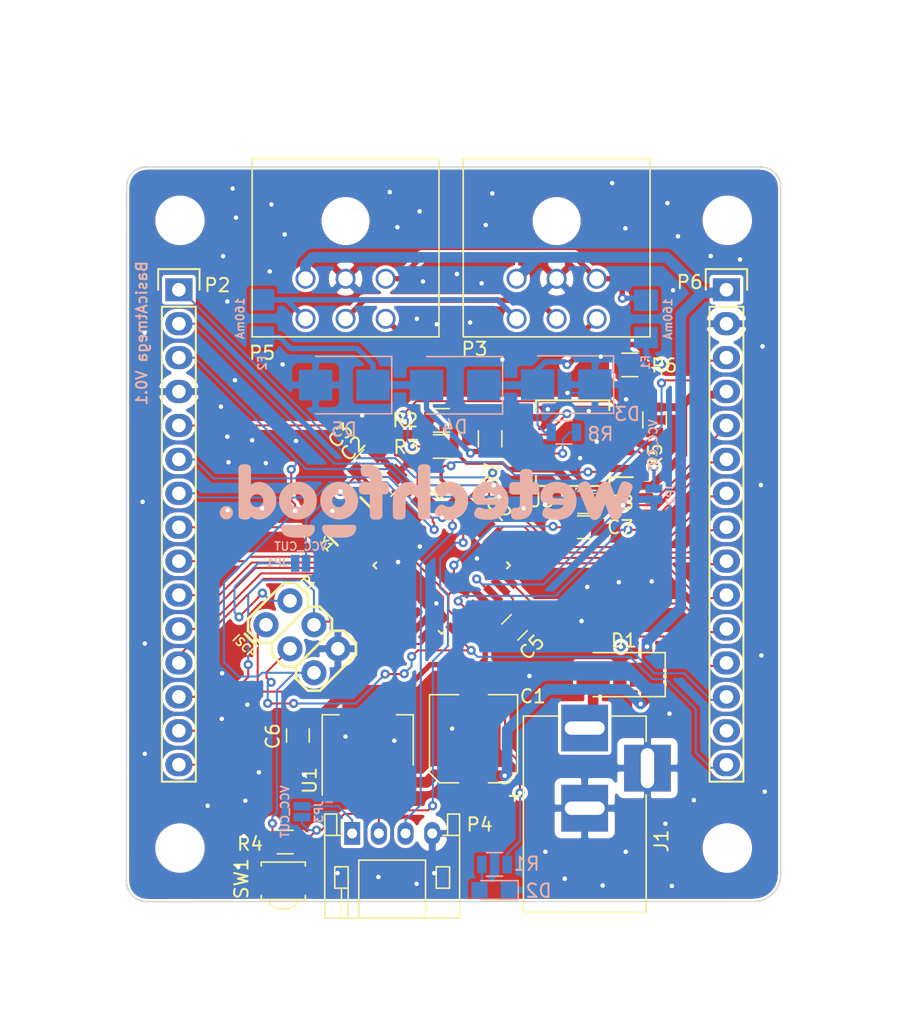
<source format=kicad_pcb>
(kicad_pcb (version 20171130) (host pcbnew 5.1.5+dfsg1-2build2)
  (layers (0 F.Cu signal) (31 B.Cu signal) (34 B.Paste user hide) (35 F.Paste user hide) (36 B.SilkS user) (37 F.SilkS user hide) (38 B.Mask user) (39 F.Mask user) (44 Edge.Cuts user))
  (net 0 "")
  (net 1 GND)
  (net 2 +12V)
  (net 3 +5V)
  (net 4 AREF)
  (net 5 "Net-(D1-Pad2)")
  (net 6 "Net-(D2-Pad2)")
  (net 7 "Net-(D3-Pad2)")
  (net 8 "Net-(D4-Pad2)")
  (net 9 A+)
  (net 10 B-)
  (net 11 "Net-(JP1-Pad1)")
  (net 12 "Net-(JP2-Pad2)")
  (net 13 "Net-(JP3-Pad2)")
  (net 14 D12-MISO)
  (net 15 D13-SCK)
  (net 16 D11-MOSI)
  (net 17 RST)
  (net 18 D10)
  (net 19 D9)
  (net 20 D8)
  (net 21 D7)
  (net 22 D6)
  (net 23 D5)
  (net 24 D4)
  (net 25 485_TX)
  (net 26 485_RX)
  (net 27 RXD)
  (net 28 TXD)
  (net 29 "Net-(P3-Pad5)")
  (net 30 "Net-(P3-Pad6)")
  (net 31 A7)
  (net 32 A6)
  (net 33 A5)
  (net 34 A4)
  (net 35 A3)
  (net 36 A2)
  (net 37 A1)
  (net 38 A0)
  (net 39 "Net-(P6-Pad14)")
  (net 40 "Net-(U2-Pad7)")
  (net 41 "Net-(U2-Pad8)")
  (module logos_frizzy:logoWTF_small (layer B.Cu) (at 107 80 180)
    (fp_text reference G*** hide)
    (fp_text value LOGO hide)
  )
  (module Connectors_JST:JST_PH_S4B-PH-K_04x2.00mm_Angled (layer F.Cu) (at 101.3968 104.902)
    (fp_text reference P4 (at 9.5504 -0.6604) (layer F.SilkS))
    (fp_text value SERIAL_DEBUG)
    (pad 1 thru_hole rect (at 0 0) (size 1.2 1.7) (drill 0.75) (layers *.Cu *.Mask) (net 13 "Net-(JP3-Pad2)"))
    (pad 2 thru_hole oval (at 2 0) (size 1.2 1.7) (drill 0.75) (layers *.Cu *.Mask) (net 27 RXD))
    (pad 3 thru_hole oval (at 4 0) (size 1.2 1.7) (drill 0.75) (layers *.Cu *.Mask) (net 28 TXD))
    (pad 4 thru_hole oval (at 6 0) (size 1.2 1.7) (drill 0.75) (layers *.Cu *.Mask) (net 1 GND))
  )
  (module Mounting_Holes:MountingHole_3.2mm_M3 (layer F.Cu) (at 88.5 106)
    (fp_text reference REF** hide)
    (fp_text value MountingHole_3.2mm_M3)
    (pad 1 np_thru_hole circle (at 0 0) (size 3.2 3.2) (drill 3.2) (layers *.Cu *.Mask))
  )
  (module Mounting_Holes:MountingHole_3.2mm_M3 (layer F.Cu) (at 129.5 106)
    (fp_text reference REF** hide)
    (fp_text value MountingHole_3.2mm_M3)
    (pad 1 np_thru_hole circle (at 0 0) (size 3.2 3.2) (drill 3.2) (layers *.Cu *.Mask))
  )
  (module Mounting_Holes:MountingHole_3.2mm_M3 (layer F.Cu) (at 129.5 59)
    (fp_text reference REF** hide)
    (fp_text value MountingHole_3.2mm_M3)
    (pad 1 np_thru_hole circle (at 0 0) (size 3.2 3.2) (drill 3.2) (layers *.Cu *.Mask))
  )
  (module Mounting_Holes:MountingHole_3.2mm_M3 (layer F.Cu) (at 88.5 59)
    (fp_text reference REF** hide)
    (fp_text value MountingHole_3.2mm_M3)
    (pad 1 np_thru_hole circle (at 0 0) (size 3.2 3.2) (drill 3.2) (layers *.Cu *.Mask))
  )
  (module Clocks:RESONATOR-SMD-3.2X1.3 (layer F.Cu) (at 101.1809 81.5467 45)
    (fp_text reference Y1 (at -2.413 0 135) (layer F.SilkS) (effects (font (size 0.6096 0.6096) (thickness 0.127))))
    (fp_text value 16Mhz hide)
    (pad 1 smd oval (at -1.19888 0 45) (size 0.44958 1.905) (layers F.Cu F.Paste F.Mask) (net 41 "Net-(U2-Pad8)"))
    (pad 2 smd oval (at 0 0 45) (size 0.44958 1.905) (layers F.Cu F.Paste F.Mask) (net 1 GND))
    (pad 3 smd oval (at 1.19888 0 45) (size 0.44958 1.905) (layers F.Cu F.Paste F.Mask) (net 40 "Net-(U2-Pad7)"))
  )
  (module Capacitors_SMD:CP_Elec_6.3x5.7 (layer F.Cu) (at 110.49 97.8154 90)
    (fp_text reference C1 (at 3.175 4.445 180) (layer F.SilkS))
    (fp_text value 47uF)
    (fp_text user + (at -4.28 3.01 90) (layer F.SilkS))
    (pad 2 smd rect (at 2.7 0 270) (size 3.5 1.6) (layers F.Cu F.Paste F.Mask) (net 1 GND))
    (pad 1 smd rect (at -2.7 0 270) (size 3.5 1.6) (layers F.Cu F.Paste F.Mask) (net 2 +12V))
  )
  (module Capacitors_SMD:C_0805 (layer F.Cu) (at 104.0511 78.7019 45)
    (fp_text reference C2 (at 0.00898 -3.672925 45) (layer F.SilkS))
    (fp_text value 100nF)
    (pad 1 smd rect (at -1 0 45) (size 1 1.25) (layers F.Cu F.Paste F.Mask) (net 3 +5V))
    (pad 2 smd rect (at 1 0 45) (size 1 1.25) (layers F.Cu F.Paste F.Mask) (net 1 GND))
  )
  (module Capacitors_SMD:C_0805 (layer F.Cu) (at 102.5144 77.1271 45)
    (fp_text reference C3 (at 0.017961 -2.8198 45) (layer F.SilkS))
    (fp_text value 4.7uF)
    (pad 1 smd rect (at -1 0 45) (size 1 1.25) (layers F.Cu F.Paste F.Mask) (net 3 +5V))
    (pad 2 smd rect (at 1 0 45) (size 1 1.25) (layers F.Cu F.Paste F.Mask) (net 1 GND))
  )
  (module Capacitors_SMD:C_0805 (layer F.Cu) (at 113.5634 89.4715 45)
    (fp_text reference C5 (at -0.152664 1.984637 45) (layer F.SilkS))
    (fp_text value 100nF)
    (pad 2 smd rect (at 1 0 45) (size 1 1.25) (layers F.Cu F.Paste F.Mask) (net 1 GND))
    (pad 1 smd rect (at -1 0 45) (size 1 1.25) (layers F.Cu F.Paste F.Mask) (net 4 AREF))
  )
  (module Capacitors_SMD:C_0805 (layer F.Cu) (at 97.3328 97.5741 270)
    (fp_text reference C6 (at 0.0508 1.8796 90) (layer F.SilkS))
    (fp_text value 100nF)
    (pad 2 smd rect (at 1 0 270) (size 1 1.25) (layers F.Cu F.Paste F.Mask) (net 1 GND))
    (pad 1 smd rect (at -1 0 270) (size 1 1.25) (layers F.Cu F.Paste F.Mask) (net 3 +5V))
  )
  (module Capacitors_SMD:C_0805 (layer F.Cu) (at 118.7831 81.9785)
    (fp_text reference C7 (at 2.6924 0) (layer F.SilkS))
    (fp_text value 10uF)
    (pad 1 smd rect (at -1 0) (size 1 1.25) (layers F.Cu F.Paste F.Mask) (net 3 +5V))
    (pad 2 smd rect (at 1 0) (size 1 1.25) (layers F.Cu F.Paste F.Mask) (net 1 GND))
  )
  (module Capacitors_SMD:C_0805 (layer F.Cu) (at 118.8085 80.0989)
    (fp_text reference C8 (at 2.7305 0.0508) (layer F.SilkS))
    (fp_text value 100nF)
    (pad 2 smd rect (at 1 0) (size 1 1.25) (layers F.Cu F.Paste F.Mask) (net 1 GND))
    (pad 1 smd rect (at -1 0) (size 1 1.25) (layers F.Cu F.Paste F.Mask) (net 3 +5V))
  )
  (module Diodes_SMD:D_SMA_Standard (layer F.Cu) (at 121.4501 93.0148 180)
    (fp_text reference D1 (at -0.3048 2.5527) (layer F.SilkS))
    (fp_text value MBRA140)
    (pad 1 smd rect (at -2 0 180) (size 2.5 1.8) (layers F.Cu F.Paste F.Mask) (net 2 +12V))
    (pad 2 smd rect (at 2 0 180) (size 2.5 1.8) (layers F.Cu F.Paste F.Mask) (net 5 "Net-(D1-Pad2)"))
  )
  (module LEDs:LED_0805 (layer B.Cu) (at 112.035885 109.141202 180)
    (fp_text reference D2 (at -3.330915 -0.053398) (layer B.SilkS) (effects (justify mirror)))
    (fp_text value POWER_ON)
    (pad 2 smd rect (at 1.1 0) (size 1.2 1.2) (layers B.Cu B.Paste B.Mask) (net 6 "Net-(D2-Pad2)"))
    (pad 1 smd rect (at -1.1 0) (size 1.2 1.2) (layers B.Cu B.Paste B.Mask) (net 1 GND))
  )
  (module Diode_SMD:D_SMB (layer B.Cu) (at 117.4369 71.2978 180)
    (fp_text reference D3 (at -4.5631 -2.2022) (layer B.SilkS) (effects (justify mirror)))
    (fp_text value SMBJ6.0CA)
    (pad 2 smd rect (at 2.15 0 180) (size 2.5 2.3) (layers B.Cu B.Paste B.Mask) (net 7 "Net-(D3-Pad2)"))
    (pad 1 smd rect (at -2.15 0 180) (size 2.5 2.3) (layers B.Cu B.Paste B.Mask) (net 1 GND))
  )
  (module Diode_SMD:D_SMB (layer B.Cu) (at 109.1184 71.3486 180)
    (fp_text reference D4 (at 0.0381 -3.1115) (layer B.SilkS) (effects (justify mirror)))
    (fp_text value SMBJ6.0CA)
    (pad 1 smd rect (at -2.15 0 180) (size 2.5 2.3) (layers B.Cu B.Paste B.Mask) (net 7 "Net-(D3-Pad2)"))
    (pad 2 smd rect (at 2.15 0 180) (size 2.5 2.3) (layers B.Cu B.Paste B.Mask) (net 8 "Net-(D4-Pad2)"))
  )
  (module Diode_SMD:D_SMB (layer B.Cu) (at 100.8126 71.3359 180)
    (fp_text reference D5 (at 0.0254 -3.3274) (layer B.SilkS) (effects (justify mirror)))
    (fp_text value SMBJ6.0CA)
    (pad 1 smd rect (at -2.15 0 180) (size 2.5 2.3) (layers B.Cu B.Paste B.Mask) (net 8 "Net-(D4-Pad2)"))
    (pad 2 smd rect (at 2.15 0 180) (size 2.5 2.3) (layers B.Cu B.Paste B.Mask) (net 1 GND))
  )
  (module Fuses:1206 (layer B.Cu) (at 123.4059 66.3829 270)
    (fp_text reference F1 (at 3.2639 0.0254 90) (layer B.SilkS) (effects (font (size 0.6096 0.6096) (thickness 0.127)) (justify mirror)))
    (fp_text value 160mA (at 0 -1.651 90) (layer B.SilkS) (effects (font (size 0.6096 0.6096) (thickness 0.127)) (justify mirror)))
    (pad 2 smd rect (at 1.39954 0 270) (size 1.59766 1.79832) (layers B.Cu B.Paste B.Mask) (net 7 "Net-(D3-Pad2)"))
    (pad 1 smd rect (at -1.39954 0 270) (size 1.59766 1.79832) (layers B.Cu B.Paste B.Mask) (net 9 A+))
  )
  (module Fuses:1206 (layer B.Cu) (at 94.6531 66.3448 90)
    (fp_text reference F2 (at -3.3401 0.0127 90) (layer B.SilkS) (effects (font (size 0.6096 0.6096) (thickness 0.127)) (justify mirror)))
    (fp_text value 160mA (at 0 -1.651 90) (layer B.SilkS) (effects (font (size 0.6096 0.6096) (thickness 0.127)) (justify mirror)))
    (pad 1 smd rect (at -1.39954 0 90) (size 1.59766 1.79832) (layers B.Cu B.Paste B.Mask) (net 8 "Net-(D4-Pad2)"))
    (pad 2 smd rect (at 1.39954 0 90) (size 1.59766 1.79832) (layers B.Cu B.Paste B.Mask) (net 10 B-))
  )
  (module Connectors:BARREL_JACK (layer F.Cu) (at 118.8212 97.0153 90)
    (fp_text reference J1 (at -8.45 5.75 270) (layer F.SilkS))
    (fp_text value Jack-DC-IN)
    (pad 1 thru_hole rect (at 0 0 90) (size 3.5 3.5) (drill oval 1 3) (layers *.Cu *.Mask) (net 5 "Net-(D1-Pad2)"))
    (pad 2 thru_hole rect (at -6 0 90) (size 3.5 3.5) (drill oval 1 3) (layers *.Cu *.Mask) (net 1 GND))
    (pad 3 thru_hole rect (at -3 4.7 90) (size 3.5 3.5) (drill oval 3 1) (layers *.Cu *.Mask) (net 1 GND))
  )
  (module Jumpers:SMT-JUMPER_2_NO_NO-SILK (layer B.Cu) (at 97.536 84.6836)
    (fp_text reference JP1 (at -1.7653 -0.0635) (layer B.SilkS) (effects (font (size 0.6096 0.6096) (thickness 0.127)) (justify mirror)))
    (fp_text value VCC_CUT (at 0 -1.27) (layer B.SilkS) (effects (font (size 0.6096 0.6096) (thickness 0.127)) (justify mirror)))
    (pad 1 smd rect (at -0.4064 0) (size 0.635 1.27) (layers B.Cu B.Mask) (net 11 "Net-(JP1-Pad1)"))
    (pad 2 smd rect (at 0.4064 0) (size 0.635 1.27) (layers B.Cu B.Mask) (net 3 +5V))
  )
  (module Jumpers:SMT-JUMPER_2_NO_NO-SILK (layer B.Cu) (at 124 79.5 90)
    (fp_text reference JP2 (at -0.0127 1.27 90) (layer B.SilkS) (effects (font (size 0.6096 0.6096) (thickness 0.127)) (justify mirror)))
    (fp_text value VCC_CUT (at 3.6322 -0.0508 90) (layer B.SilkS) (effects (font (size 0.6096 0.6096) (thickness 0.127)) (justify mirror)))
    (pad 2 smd rect (at 0.4064 0 90) (size 0.635 1.27) (layers B.Cu B.Mask) (net 12 "Net-(JP2-Pad2)"))
    (pad 1 smd rect (at -0.4064 0 90) (size 0.635 1.27) (layers B.Cu B.Mask) (net 1 GND))
  )
  (module Jumpers:SMT-JUMPER_2_NO_NO-SILK (layer B.Cu) (at 97.6376 103.2764 90)
    (fp_text reference JP3 (at 0 1.27 90) (layer B.SilkS) (effects (font (size 0.6096 0.6096) (thickness 0.127)) (justify mirror)))
    (fp_text value VCC_CUT (at 0 -1.27 90) (layer B.SilkS) (effects (font (size 0.6096 0.6096) (thickness 0.127)) (justify mirror)))
    (pad 1 smd rect (at -0.4064 0 90) (size 0.635 1.27) (layers B.Cu B.Mask) (net 3 +5V))
    (pad 2 smd rect (at 0.4064 0 90) (size 0.635 1.27) (layers B.Cu B.Mask) (net 13 "Net-(JP3-Pad2)"))
  )
  (module Connectors:2X3 (layer F.Cu) (at 94.9452 89.281 315)
    (fp_text reference P1 (at 0 -4.445 135) (layer F.SilkS) (effects (font (size 0.6096 0.6096) (thickness 0.127))))
    (fp_text value ISCP (at 0 2.286 135) (layer F.SilkS) (effects (font (size 0.6096 0.6096) (thickness 0.127))))
    (pad 1 thru_hole circle (at 0 0 315) (size 1.8796 1.8796) (drill 1.016) (layers *.Cu *.Mask) (net 14 D12-MISO))
    (pad 2 thru_hole circle (at 0 -2.54 315) (size 1.8796 1.8796) (drill 1.016) (layers *.Cu *.Mask) (net 11 "Net-(JP1-Pad1)"))
    (pad 3 thru_hole circle (at 2.54 0 315) (size 1.8796 1.8796) (drill 1.016) (layers *.Cu *.Mask) (net 15 D13-SCK))
    (pad 4 thru_hole circle (at 2.54 -2.54 315) (size 1.8796 1.8796) (drill 1.016) (layers *.Cu *.Mask) (net 16 D11-MOSI))
    (pad 5 thru_hole circle (at 5.08 0 315) (size 1.8796 1.8796) (drill 1.016) (layers *.Cu *.Mask) (net 17 RST))
    (pad 6 thru_hole circle (at 5.08 -2.54 315) (size 1.8796 1.8796) (drill 1.016) (layers *.Cu *.Mask) (net 1 GND))
  )
  (module Pin_Headers:Pin_Header_Straight_1x15 (layer F.Cu) (at 88.4174 64.1985)
    (fp_text reference P2 (at 2.8829 -0.3429) (layer F.SilkS))
    (fp_text value HEADER1)
    (pad 15 thru_hole oval (at 0 35.56) (size 2.032 1.7272) (drill 1.016) (layers *.Cu *.Mask) (net 14 D12-MISO))
    (pad 14 thru_hole oval (at 0 33.02) (size 2.032 1.7272) (drill 1.016) (layers *.Cu *.Mask) (net 16 D11-MOSI))
    (pad 13 thru_hole oval (at 0 30.48) (size 2.032 1.7272) (drill 1.016) (layers *.Cu *.Mask) (net 18 D10))
    (pad 12 thru_hole oval (at 0 27.94) (size 2.032 1.7272) (drill 1.016) (layers *.Cu *.Mask) (net 19 D9))
    (pad 11 thru_hole oval (at 0 25.4) (size 2.032 1.7272) (drill 1.016) (layers *.Cu *.Mask) (net 20 D8))
    (pad 10 thru_hole oval (at 0 22.86) (size 2.032 1.7272) (drill 1.016) (layers *.Cu *.Mask) (net 21 D7))
    (pad 9 thru_hole oval (at 0 20.32) (size 2.032 1.7272) (drill 1.016) (layers *.Cu *.Mask) (net 22 D6))
    (pad 8 thru_hole oval (at 0 17.78) (size 2.032 1.7272) (drill 1.016) (layers *.Cu *.Mask) (net 23 D5))
    (pad 7 thru_hole oval (at 0 15.24) (size 2.032 1.7272) (drill 1.016) (layers *.Cu *.Mask) (net 24 D4))
    (pad 6 thru_hole oval (at 0 12.7) (size 2.032 1.7272) (drill 1.016) (layers *.Cu *.Mask) (net 25 485_TX))
    (pad 5 thru_hole oval (at 0 10.16) (size 2.032 1.7272) (drill 1.016) (layers *.Cu *.Mask) (net 26 485_RX))
    (pad 4 thru_hole oval (at 0 7.62) (size 2.032 1.7272) (drill 1.016) (layers *.Cu *.Mask) (net 1 GND))
    (pad 3 thru_hole oval (at 0 5.08) (size 2.032 1.7272) (drill 1.016) (layers *.Cu *.Mask) (net 17 RST))
    (pad 2 thru_hole oval (at 0 2.54) (size 2.032 1.7272) (drill 1.016) (layers *.Cu *.Mask) (net 27 RXD))
    (pad 1 thru_hole rect (at 0 0) (size 2.032 1.7272) (drill 1.016) (layers *.Cu *.Mask) (net 28 TXD))
  )
  (module Connectors_Molex:Molex_Microfit3_Header_02x03_Angled_43045-060x (layer F.Cu) (at 113.7158 63.373 180)
    (fp_text reference P3 (at 3.1496 -5.2578) (layer F.SilkS))
    (fp_text value MODBUS_1)
    (pad 1 thru_hole circle (at 0 0 180) (size 1.5 1.5) (drill 1.1) (layers *.Cu *.Mask) (net 2 +12V))
    (pad 4 thru_hole circle (at 0 -3 180) (size 1.5 1.5) (drill 1.1) (layers *.Cu *.Mask) (net 10 B-))
    (pad 5 thru_hole circle (at -3 -3 180) (size 1.5 1.5) (drill 1.1) (layers *.Cu *.Mask) (net 29 "Net-(P3-Pad5)"))
    (pad 2 thru_hole circle (at -3 0 180) (size 1.5 1.5) (drill 1.1) (layers *.Cu *.Mask) (net 1 GND))
    (pad 6 thru_hole circle (at -6 -3 180) (size 1.5 1.5) (drill 1.1) (layers *.Cu *.Mask) (net 30 "Net-(P3-Pad6)"))
    (pad 3 thru_hole circle (at -6 0 180) (size 1.5 1.5) (drill 1.1) (layers *.Cu *.Mask) (net 9 A+))
    (pad "" np_thru_hole circle (at -3 4.32 180) (size 3.1 3.1) (drill 3.1) (layers *.Cu *.Mask))
  )
  (module Connectors_Molex:Molex_Microfit3_Header_02x03_Angled_43045-060x (layer F.Cu) (at 97.9043 63.373 180)
    (fp_text reference P5 (at 3.2512 -5.5499) (layer F.SilkS))
    (fp_text value MODBUS_2)
    (pad "" np_thru_hole circle (at -3 4.32 180) (size 3.1 3.1) (drill 3.1) (layers *.Cu *.Mask))
    (pad 3 thru_hole circle (at -6 0 180) (size 1.5 1.5) (drill 1.1) (layers *.Cu *.Mask) (net 9 A+))
    (pad 6 thru_hole circle (at -6 -3 180) (size 1.5 1.5) (drill 1.1) (layers *.Cu *.Mask) (net 30 "Net-(P3-Pad6)"))
    (pad 2 thru_hole circle (at -3 0 180) (size 1.5 1.5) (drill 1.1) (layers *.Cu *.Mask) (net 1 GND))
    (pad 5 thru_hole circle (at -3 -3 180) (size 1.5 1.5) (drill 1.1) (layers *.Cu *.Mask) (net 29 "Net-(P3-Pad5)"))
    (pad 4 thru_hole circle (at 0 -3 180) (size 1.5 1.5) (drill 1.1) (layers *.Cu *.Mask) (net 10 B-))
    (pad 1 thru_hole circle (at 0 0 180) (size 1.5 1.5) (drill 1.1) (layers *.Cu *.Mask) (net 2 +12V))
  )
  (module Pin_Headers:Pin_Header_Straight_1x15 (layer F.Cu) (at 129.4384 64.1985)
    (fp_text reference P6 (at -2.7559 -0.5715) (layer F.SilkS))
    (fp_text value HEADER2)
    (pad 1 thru_hole rect (at 0 0) (size 2.032 1.7272) (drill 1.016) (layers *.Cu *.Mask) (net 2 +12V))
    (pad 2 thru_hole oval (at 0 2.54) (size 2.032 1.7272) (drill 1.016) (layers *.Cu *.Mask) (net 1 GND))
    (pad 3 thru_hole oval (at 0 5.08) (size 2.032 1.7272) (drill 1.016) (layers *.Cu *.Mask) (net 17 RST))
    (pad 4 thru_hole oval (at 0 7.62) (size 2.032 1.7272) (drill 1.016) (layers *.Cu *.Mask) (net 3 +5V))
    (pad 5 thru_hole oval (at 0 10.16) (size 2.032 1.7272) (drill 1.016) (layers *.Cu *.Mask) (net 31 A7))
    (pad 6 thru_hole oval (at 0 12.7) (size 2.032 1.7272) (drill 1.016) (layers *.Cu *.Mask) (net 32 A6))
    (pad 7 thru_hole oval (at 0 15.24) (size 2.032 1.7272) (drill 1.016) (layers *.Cu *.Mask) (net 33 A5))
    (pad 8 thru_hole oval (at 0 17.78) (size 2.032 1.7272) (drill 1.016) (layers *.Cu *.Mask) (net 34 A4))
    (pad 9 thru_hole oval (at 0 20.32) (size 2.032 1.7272) (drill 1.016) (layers *.Cu *.Mask) (net 35 A3))
    (pad 10 thru_hole oval (at 0 22.86) (size 2.032 1.7272) (drill 1.016) (layers *.Cu *.Mask) (net 36 A2))
    (pad 11 thru_hole oval (at 0 25.4) (size 2.032 1.7272) (drill 1.016) (layers *.Cu *.Mask) (net 37 A1))
    (pad 12 thru_hole oval (at 0 27.94) (size 2.032 1.7272) (drill 1.016) (layers *.Cu *.Mask) (net 38 A0))
    (pad 13 thru_hole oval (at 0 30.48) (size 2.032 1.7272) (drill 1.016) (layers *.Cu *.Mask) (net 4 AREF))
    (pad 14 thru_hole oval (at 0 33.02) (size 2.032 1.7272) (drill 1.016) (layers *.Cu *.Mask) (net 39 "Net-(P6-Pad14)"))
    (pad 15 thru_hole oval (at 0 35.56) (size 2.032 1.7272) (drill 1.016) (layers *.Cu *.Mask) (net 15 D13-SCK))
  )
  (module Resistors_SMD:R_0805 (layer B.Cu) (at 112.066186 107.223502 180)
    (fp_text reference R1 (at -2.398914 0.048202) (layer B.SilkS) (effects (justify mirror)))
    (fp_text value 1k)
    (pad 2 smd rect (at 0.95 0 180) (size 0.7 1.3) (layers B.Cu B.Paste B.Mask) (net 6 "Net-(D2-Pad2)"))
    (pad 1 smd rect (at -0.95 0 180) (size 0.7 1.3) (layers B.Cu B.Paste B.Mask) (net 3 +5V))
  )
  (module Resistors_SMD:R_0805 (layer F.Cu) (at 108.0897 73.9775)
    (fp_text reference R2 (at -2.7178 0) (layer F.SilkS))
    (fp_text value 10k)
    (pad 1 smd rect (at -0.95 0) (size 0.7 1.3) (layers F.Cu F.Paste F.Mask) (net 26 485_RX))
    (pad 2 smd rect (at 0.95 0) (size 0.7 1.3) (layers F.Cu F.Paste F.Mask) (net 3 +5V))
  )
  (module Resistors_SMD:R_0805 (layer F.Cu) (at 108.077 75.9333)
    (fp_text reference R3 (at -2.6162 0.0508) (layer F.SilkS))
    (fp_text value 10k)
    (pad 2 smd rect (at 0.95 0) (size 0.7 1.3) (layers F.Cu F.Paste F.Mask) (net 3 +5V))
    (pad 1 smd rect (at -0.95 0) (size 0.7 1.3) (layers F.Cu F.Paste F.Mask) (net 25 485_TX))
  )
  (module Resistors_SMD:R_0805 (layer F.Cu) (at 96.3803 105.5497 180)
    (fp_text reference R4 (at 2.6289 -0.1397) (layer F.SilkS))
    (fp_text value 1k)
    (pad 1 smd rect (at -0.95 0 180) (size 0.7 1.3) (layers F.Cu F.Paste F.Mask) (net 3 +5V))
    (pad 2 smd rect (at 0.95 0 180) (size 0.7 1.3) (layers F.Cu F.Paste F.Mask) (net 17 RST))
  )
  (module Resistors_SMD:R_0805 (layer F.Cu) (at 124.0536 73.9394 90)
    (fp_text reference R5 (at -2.7305 0.0508 90) (layer F.SilkS))
    (fp_text value 10k)
    (pad 2 smd rect (at 0.95 0 90) (size 0.7 1.3) (layers F.Cu F.Paste F.Mask) (net 3 +5V))
    (pad 1 smd rect (at -0.95 0 90) (size 0.7 1.3) (layers F.Cu F.Paste F.Mask) (net 12 "Net-(JP2-Pad2)"))
  )
  (module Resistors_SMD:R_0805 (layer F.Cu) (at 122.1994 69.8246)
    (fp_text reference R6 (at 2.5781 0.0508) (layer F.SilkS))
    (fp_text value 10k)
    (pad 1 smd rect (at -0.95 0) (size 0.7 1.3) (layers F.Cu F.Paste F.Mask) (net 3 +5V))
    (pad 2 smd rect (at 0.95 0) (size 0.7 1.3) (layers F.Cu F.Paste F.Mask) (net 7 "Net-(D3-Pad2)"))
  )
  (module Resistors_SMD:R_0805 (layer F.Cu) (at 111.7346 75.3618 90)
    (fp_text reference R7 (at -2.7178 0.1143 90) (layer F.SilkS))
    (fp_text value 10k)
    (pad 2 smd rect (at 0.95 0 90) (size 0.7 1.3) (layers F.Cu F.Paste F.Mask) (net 1 GND))
    (pad 1 smd rect (at -0.95 0 90) (size 0.7 1.3) (layers F.Cu F.Paste F.Mask) (net 8 "Net-(D4-Pad2)"))
  )
  (module Resistors_SMD:R_0805 (layer B.Cu) (at 117.2591 74.8665)
    (fp_text reference R8 (at 2.7409 0.1335) (layer B.SilkS) (effects (justify mirror)))
    (fp_text value "120R(NC)")
    (pad 1 smd rect (at -0.95 0) (size 0.7 1.3) (layers B.Cu B.Paste B.Mask) (net 7 "Net-(D3-Pad2)"))
    (pad 2 smd rect (at 0.95 0) (size 0.7 1.3) (layers B.Cu B.Paste B.Mask) (net 8 "Net-(D4-Pad2)"))
  )
  (module Buttons_Switches_SMD:SW_SPST_B3U-3000P (layer F.Cu) (at 96.2406 108.4453 180)
    (fp_text reference SW1 (at 3.1369 0.1524 90) (layer F.SilkS))
    (fp_text value RESET_Button)
    (pad 1 smd rect (at -1.7 0 180) (size 0.9 1.7) (layers F.Cu F.Paste F.Mask) (net 17 RST))
    (pad 2 smd rect (at 1.7 0 180) (size 0.9 1.7) (layers F.Cu F.Paste F.Mask) (net 1 GND))
  )
  (module TO_SOT_Packages_SMD:SOT-223-3_TabPin2 (layer F.Cu) (at 102.5652 97.9297 90)
    (fp_text reference U1 (at -3.0099 -4.3434 90) (layer F.SilkS))
    (fp_text value LM1117-5.0)
    (pad 2 smd rect (at 3.15 0 90) (size 2 3.8) (layers F.Cu F.Paste F.Mask) (net 3 +5V))
    (pad 2 smd rect (at -3.15 0 90) (size 2 1.5) (layers F.Cu F.Paste F.Mask) (net 3 +5V))
    (pad 3 smd rect (at -3.15 2.3 90) (size 2 1.5) (layers F.Cu F.Paste F.Mask) (net 2 +12V))
    (pad 1 smd rect (at -3.15 -2.3 90) (size 2 1.5) (layers F.Cu F.Paste F.Mask) (net 1 GND))
  )
  (module Housings_QFP:TQFP-32_7x7mm_Pitch0.8mm (layer F.Cu) (at 108.1024 84.836 315)
    (fp_text reference U2 (at 0 -6.05 135) (layer F.SilkS))
    (fp_text value ATMEGA328P-AU)
    (pad 1 smd rect (at -4.25 -2.8 315) (size 1.6 0.55) (layers F.Cu F.Paste F.Mask) (net 25 485_TX))
    (pad 2 smd rect (at -4.25 -2 315) (size 1.6 0.55) (layers F.Cu F.Paste F.Mask) (net 24 D4))
    (pad 3 smd rect (at -4.25 -1.2 315) (size 1.6 0.55) (layers F.Cu F.Paste F.Mask) (net 1 GND))
    (pad 4 smd rect (at -4.25 -0.4 315) (size 1.6 0.55) (layers F.Cu F.Paste F.Mask) (net 3 +5V))
    (pad 5 smd rect (at -4.25 0.4 315) (size 1.6 0.55) (layers F.Cu F.Paste F.Mask) (net 1 GND))
    (pad 6 smd rect (at -4.25 1.2 315) (size 1.6 0.55) (layers F.Cu F.Paste F.Mask) (net 3 +5V))
    (pad 7 smd rect (at -4.25 2 315) (size 1.6 0.55) (layers F.Cu F.Paste F.Mask) (net 40 "Net-(U2-Pad7)"))
    (pad 8 smd rect (at -4.25 2.8 315) (size 1.6 0.55) (layers F.Cu F.Paste F.Mask) (net 41 "Net-(U2-Pad8)"))
    (pad 9 smd rect (at -2.8 4.25 45) (size 1.6 0.55) (layers F.Cu F.Paste F.Mask) (net 23 D5))
    (pad 10 smd rect (at -2 4.25 45) (size 1.6 0.55) (layers F.Cu F.Paste F.Mask) (net 22 D6))
    (pad 11 smd rect (at -1.2 4.25 45) (size 1.6 0.55) (layers F.Cu F.Paste F.Mask) (net 21 D7))
    (pad 12 smd rect (at -0.4 4.25 45) (size 1.6 0.55) (layers F.Cu F.Paste F.Mask) (net 20 D8))
    (pad 13 smd rect (at 0.4 4.25 45) (size 1.6 0.55) (layers F.Cu F.Paste F.Mask) (net 19 D9))
    (pad 14 smd rect (at 1.2 4.25 45) (size 1.6 0.55) (layers F.Cu F.Paste F.Mask) (net 18 D10))
    (pad 15 smd rect (at 2 4.25 45) (size 1.6 0.55) (layers F.Cu F.Paste F.Mask) (net 16 D11-MOSI))
    (pad 16 smd rect (at 2.8 4.25 45) (size 1.6 0.55) (layers F.Cu F.Paste F.Mask) (net 14 D12-MISO))
    (pad 17 smd rect (at 4.25 2.8 315) (size 1.6 0.55) (layers F.Cu F.Paste F.Mask) (net 15 D13-SCK))
    (pad 18 smd rect (at 4.25 2 315) (size 1.6 0.55) (layers F.Cu F.Paste F.Mask) (net 3 +5V))
    (pad 19 smd rect (at 4.25 1.2 315) (size 1.6 0.55) (layers F.Cu F.Paste F.Mask) (net 32 A6))
    (pad 20 smd rect (at 4.25 0.4 315) (size 1.6 0.55) (layers F.Cu F.Paste F.Mask) (net 4 AREF))
    (pad 21 smd rect (at 4.25 -0.4 315) (size 1.6 0.55) (layers F.Cu F.Paste F.Mask) (net 1 GND))
    (pad 22 smd rect (at 4.25 -1.2 315) (size 1.6 0.55) (layers F.Cu F.Paste F.Mask) (net 31 A7))
    (pad 23 smd rect (at 4.25 -2 315) (size 1.6 0.55) (layers F.Cu F.Paste F.Mask) (net 38 A0))
    (pad 24 smd rect (at 4.25 -2.8 315) (size 1.6 0.55) (layers F.Cu F.Paste F.Mask) (net 37 A1))
    (pad 25 smd rect (at 2.8 -4.25 45) (size 1.6 0.55) (layers F.Cu F.Paste F.Mask) (net 36 A2))
    (pad 26 smd rect (at 2 -4.25 45) (size 1.6 0.55) (layers F.Cu F.Paste F.Mask) (net 35 A3))
    (pad 27 smd rect (at 1.2 -4.25 45) (size 1.6 0.55) (layers F.Cu F.Paste F.Mask) (net 34 A4))
    (pad 28 smd rect (at 0.4 -4.25 45) (size 1.6 0.55) (layers F.Cu F.Paste F.Mask) (net 33 A5))
    (pad 29 smd rect (at -0.4 -4.25 45) (size 1.6 0.55) (layers F.Cu F.Paste F.Mask) (net 17 RST))
    (pad 30 smd rect (at -1.2 -4.25 45) (size 1.6 0.55) (layers F.Cu F.Paste F.Mask) (net 27 RXD))
    (pad 31 smd rect (at -2 -4.25 45) (size 1.6 0.55) (layers F.Cu F.Paste F.Mask) (net 28 TXD))
    (pad 32 smd rect (at -2.8 -4.25 45) (size 1.6 0.55) (layers F.Cu F.Paste F.Mask) (net 26 485_RX))
  )
  (module Housings_SOIC:SO-8_5.3x6.2mm_Pitch1.27mm (layer F.Cu) (at 117.9195 75.6793 180)
    (fp_text reference U3 (at 2.3749 -4.2799) (layer F.SilkS))
    (fp_text value MAX13487E)
    (pad 1 smd rect (at -3.7 -1.905 180) (size 1.75 0.55) (layers F.Cu F.Paste F.Mask) (net 26 485_RX))
    (pad 2 smd rect (at -3.7 -0.635 180) (size 1.75 0.55) (layers F.Cu F.Paste F.Mask) (net 12 "Net-(JP2-Pad2)"))
    (pad 3 smd rect (at -3.7 0.635 180) (size 1.75 0.55) (layers F.Cu F.Paste F.Mask) (net 12 "Net-(JP2-Pad2)"))
    (pad 4 smd rect (at -3.7 1.905 180) (size 1.75 0.55) (layers F.Cu F.Paste F.Mask) (net 25 485_TX))
    (pad 5 smd rect (at 3.7 1.905 180) (size 1.75 0.55) (layers F.Cu F.Paste F.Mask) (net 1 GND))
    (pad 6 smd rect (at 3.7 0.635 180) (size 1.75 0.55) (layers F.Cu F.Paste F.Mask) (net 7 "Net-(D3-Pad2)"))
    (pad 7 smd rect (at 3.7 -0.635 180) (size 1.75 0.55) (layers F.Cu F.Paste F.Mask) (net 8 "Net-(D4-Pad2)"))
    (pad 8 smd rect (at 3.7 -1.905 180) (size 1.75 0.55) (layers F.Cu F.Paste F.Mask) (net 3 +5V))
  )
  (gr_arc (start 86 108.5) (end 84.4931 108.5) (angle -90) (layer Edge.Cuts) (width 0.127))
  (gr_arc (start 131.5 108) (end 131.5 110) (angle -90) (layer Edge.Cuts) (width 0.127))
  (gr_arc (start 86 56.5) (end 86 55) (angle -90) (layer Edge.Cuts) (width 0.127))
  (gr_arc (start 132 56.5) (end 133.5 56.5) (angle -90) (layer Edge.Cuts) (width 0.127))
  (gr_text "BasicAtmega V0.1" (at 85.6361 67.4497 90) (layer B.SilkS) (effects (font (size 0.8 0.8)) (justify mirror)))
  (gr_line (start 133.5 56.5) (end 133.5 108) (layer Edge.Cuts) (width 0.1))
  (gr_line (start 86 55) (end 132 55) (layer Edge.Cuts) (width 0.1))
  (gr_line (start 84.4931 108.5) (end 84.5 56.5) (layer Edge.Cuts) (width 0.1))
  (gr_line (start 131.5 110) (end 86 110.0069) (layer Edge.Cuts) (width 0.1))
  (segment (start 111.7346 73.9094) (end 111.7346 74.4118) (width 0.1524) (layer F.Cu) (net 1))
  (segment (start 111.8697 73.7743) (end 111.7346 73.9094) (width 0.1524) (layer F.Cu) (net 1))
  (segment (start 114.2195 73.7743) (end 111.8697 73.7743) (width 0.1524) (layer F.Cu) (net 1))
  (via (at 99.9109 80.7593) (size 0.6858) (drill 0.3302) (layers F.Cu B.Cu) (net 1))
  (segment (start 99.949 80.7974) (end 99.9109 80.7593) (width 0.1524) (layer F.Cu) (net 1))
  (segment (start 100.4316 80.7974) (end 99.949 80.7974) (width 0.1524) (layer F.Cu) (net 1))
  (segment (start 101.1809 81.5467) (end 100.4316 80.7974) (width 0.1524) (layer F.Cu) (net 1))
  (segment (start 104.814353 82.113639) (end 106.127014 83.4263) (width 0.1524) (layer F.Cu) (net 1))
  (via (at 106.4641 83.4263) (size 0.6858) (drill 0.3302) (layers F.Cu B.Cu) (net 1))
  (segment (start 106.127014 83.4263) (end 106.4641 83.4263) (width 0.1524) (layer F.Cu) (net 1))
  (via (at 91.6305 96.3295) (size 0.6858) (drill 0.3302) (layers F.Cu B.Cu) (net 1))
  (via (at 94.4118 100.33) (size 0.6858) (drill 0.3302) (layers F.Cu B.Cu) (net 1))
  (via (at 91.6559 92.9132) (size 0.6858) (drill 0.3302) (layers F.Cu B.Cu) (net 1))
  (via (at 100.9015 97.6503) (size 0.6858) (drill 0.3302) (layers F.Cu B.Cu) (net 1))
  (via (at 108.8898 97.0534) (size 0.6858) (drill 0.3302) (layers F.Cu B.Cu) (net 1))
  (via (at 114.681 93.1164) (size 0.6858) (drill 0.3302) (layers F.Cu B.Cu) (net 1))
  (via (at 118.5799 89.0016) (size 0.6858) (drill 0.3302) (layers F.Cu B.Cu) (net 1))
  (via (at 121.3739 86.0933) (size 0.6858) (drill 0.3302) (layers F.Cu B.Cu) (net 1))
  (via (at 123.8377 86.0298) (size 0.6858) (drill 0.3302) (layers F.Cu B.Cu) (net 1))
  (via (at 94.6531 80.5688) (size 0.6858) (drill 0.3302) (layers F.Cu B.Cu) (net 1))
  (via (at 92.075 80.6958) (size 0.6858) (drill 0.3302) (layers F.Cu B.Cu) (net 1))
  (via (at 92.1385 77.1144) (size 0.6858) (drill 0.3302) (layers F.Cu B.Cu) (net 1))
  (via (at 92.0496 75.1967) (size 0.6858) (drill 0.3302) (layers F.Cu B.Cu) (net 1))
  (via (at 93.9038 75.4634) (size 0.6858) (drill 0.3302) (layers F.Cu B.Cu) (net 1))
  (via (at 94.9325 77.1779) (size 0.6858) (drill 0.3302) (layers F.Cu B.Cu) (net 1))
  (via (at 91.567 72.9488) (size 0.6858) (drill 0.3302) (layers F.Cu B.Cu) (net 1))
  (via (at 92.6211 70.9676) (size 0.6858) (drill 0.3302) (layers F.Cu B.Cu) (net 1))
  (via (at 96.1898 69.7865) (size 0.6858) (drill 0.3302) (layers F.Cu B.Cu) (net 1))
  (via (at 92.0496 65.0748) (size 0.6858) (drill 0.3302) (layers F.Cu B.Cu) (net 1))
  (via (at 96.3422 60.0583) (size 0.6858) (drill 0.3302) (layers F.Cu B.Cu) (net 1))
  (via (at 95.2246 62.8269) (size 0.6858) (drill 0.3302) (layers F.Cu B.Cu) (net 1))
  (via (at 109.2454 63.0174) (size 0.6858) (drill 0.3302) (layers F.Cu B.Cu) (net 1))
  (via (at 111.0996 63.7159) (size 0.6858) (drill 0.3302) (layers F.Cu B.Cu) (net 1))
  (via (at 107.7341 66.7766) (size 0.6858) (drill 0.3302) (layers F.Cu B.Cu) (net 1))
  (via (at 110.236 66.6496) (size 0.6858) (drill 0.3302) (layers F.Cu B.Cu) (net 1))
  (via (at 121.8692 59.6011) (size 0.6858) (drill 0.3302) (layers F.Cu B.Cu) (net 1))
  (via (at 111.4044 59.3471) (size 0.6858) (drill 0.3302) (layers F.Cu B.Cu) (net 1))
  (via (at 104.7877 59.5122) (size 0.6858) (drill 0.3302) (layers F.Cu B.Cu) (net 1))
  (via (at 125.4379 64.2366) (size 0.6858) (drill 0.3302) (layers F.Cu B.Cu) (net 1))
  (via (at 125.1712 95.9358) (size 0.6858) (drill 0.3302) (layers F.Cu B.Cu) (net 1))
  (via (at 93.5482 95.2627) (size 0.6858) (drill 0.3302) (layers F.Cu B.Cu) (net 1))
  (via (at 97.8027 100.5205) (size 0.6858) (drill 0.3302) (layers F.Cu B.Cu) (net 1))
  (via (at 110.744 84.3153) (size 0.6858) (drill 0.3302) (layers F.Cu B.Cu) (net 1))
  (segment (start 119.5869 69.9954) (end 120.0658 69.5165) (width 0.1524) (layer B.Cu) (net 1))
  (segment (start 119.5869 71.2978) (end 119.5869 69.9954) (width 0.1524) (layer B.Cu) (net 1))
  (via (at 120.015 69.2023) (size 0.6858) (drill 0.3302) (layers F.Cu B.Cu) (net 1))
  (segment (start 120.0658 69.2531) (end 120.015 69.2023) (width 0.1524) (layer B.Cu) (net 1))
  (segment (start 120.0658 69.5165) (end 120.0658 69.2531) (width 0.1524) (layer B.Cu) (net 1))
  (via (at 118.4783 76.8096) (size 0.6858) (drill 0.3302) (layers F.Cu B.Cu) (net 1))
  (via (at 114.2492 80.5561) (size 0.6858) (drill 0.3302) (layers F.Cu B.Cu) (net 1))
  (via (at 115.8494 80.2767) (size 0.6858) (drill 0.3302) (layers F.Cu B.Cu) (net 1))
  (via (at 104.8385 84.582) (size 0.6858) (drill 0.3302) (layers F.Cu B.Cu) (net 1))
  (via (at 107.7087 87.6808) (size 0.6858) (drill 0.3302) (layers F.Cu B.Cu) (net 1))
  (via (at 97.1931 75.5142) (size 0.6858) (drill 0.3302) (layers F.Cu B.Cu) (net 1))
  (via (at 124.8664 104.1781) (size 0.6858) (drill 0.3302) (layers F.Cu B.Cu) (net 1))
  (via (at 127 102.4128) (size 0.6858) (drill 0.3302) (layers F.Cu B.Cu) (net 1))
  (via (at 106.2482 66.3702) (size 0.6858) (drill 0.3302) (layers F.Cu B.Cu) (net 1))
  (via (at 106.7054 63.5762) (size 0.6858) (drill 0.3302) (layers F.Cu B.Cu) (net 1))
  (via (at 95.3516 57.8104) (size 0.6858) (drill 0.3302) (layers F.Cu B.Cu) (net 1))
  (via (at 111.8997 56.9849) (size 0.6858) (drill 0.3302) (layers F.Cu B.Cu) (net 1))
  (via (at 120.8786 56.2102) (size 0.6858) (drill 0.3302) (layers F.Cu B.Cu) (net 1))
  (via (at 104.2162 56.8833) (size 0.6858) (drill 0.3302) (layers F.Cu B.Cu) (net 1))
  (via (at 106.4514 58.3311) (size 0.6858) (drill 0.3302) (layers F.Cu B.Cu) (net 1))
  (via (at 125.0188 57.7088) (size 0.6858) (drill 0.3302) (layers F.Cu B.Cu) (net 1))
  (via (at 125.8062 60.198) (size 0.6858) (drill 0.3302) (layers F.Cu B.Cu) (net 1))
  (via (at 92.4433 56.6166) (size 0.6858) (drill 0.3302) (layers F.Cu B.Cu) (net 1))
  (via (at 92.6973 58.801) (size 0.6858) (drill 0.3302) (layers F.Cu B.Cu) (net 1))
  (via (at 85.852 67.4116) (size 0.6858) (drill 0.3302) (layers F.Cu B.Cu) (net 1))
  (via (at 85.6996 80.0735) (size 0.6858) (drill 0.3302) (layers F.Cu B.Cu) (net 1))
  (via (at 85.8647 90.6907) (size 0.6858) (drill 0.3302) (layers F.Cu B.Cu) (net 1))
  (via (at 85.8647 98.9457) (size 0.6858) (drill 0.3302) (layers F.Cu B.Cu) (net 1))
  (via (at 93.3958 102.4509) (size 0.6858) (drill 0.3302) (layers F.Cu B.Cu) (net 1))
  (via (at 90.5764 102.8319) (size 0.6858) (drill 0.3302) (layers F.Cu B.Cu) (net 1))
  (via (at 115.8748 106.2736) (size 0.6858) (drill 0.3302) (layers F.Cu B.Cu) (net 1))
  (via (at 117.3226 108.2929) (size 0.6858) (drill 0.3302) (layers F.Cu B.Cu) (net 1))
  (via (at 125.349 108.839) (size 0.6858) (drill 0.3302) (layers F.Cu B.Cu) (net 1))
  (via (at 120.1674 108.8009) (size 0.6858) (drill 0.3302) (layers F.Cu B.Cu) (net 1))
  (via (at 121.8946 106.2736) (size 0.6858) (drill 0.3302) (layers F.Cu B.Cu) (net 1))
  (via (at 132.3086 101.7778) (size 0.6858) (drill 0.3302) (layers F.Cu B.Cu) (net 1))
  (via (at 132.0165 78.8162) (size 0.6858) (drill 0.3302) (layers F.Cu B.Cu) (net 1))
  (via (at 132.1435 68.4403) (size 0.6858) (drill 0.3302) (layers F.Cu B.Cu) (net 1))
  (via (at 132.0546 91.5797) (size 0.6858) (drill 0.3302) (layers F.Cu B.Cu) (net 1))
  (via (at 119.0117 86.4489) (size 0.6858) (drill 0.3302) (layers F.Cu B.Cu) (net 1))
  (via (at 104.5591 97.9551) (size 0.6858) (drill 0.3302) (layers F.Cu B.Cu) (net 1))
  (via (at 93.2815 105.1052) (size 0.6858) (drill 0.3302) (layers F.Cu B.Cu) (net 1))
  (via (at 92.8624 107.4166) (size 0.6858) (drill 0.3302) (layers F.Cu B.Cu) (net 1))
  (via (at 103.3653 108.1659) (size 0.6858) (drill 0.3302) (layers F.Cu B.Cu) (net 1))
  (via (at 107.5436 107.8738) (size 0.6858) (drill 0.3302) (layers F.Cu B.Cu) (net 1))
  (via (at 106.2228 108.6739) (size 0.6858) (drill 0.3302) (layers F.Cu B.Cu) (net 1))
  (via (at 100.3046 107.8738) (size 0.6858) (drill 0.3302) (layers F.Cu B.Cu) (net 1))
  (via (at 119.7229 75.5777) (size 0.6858) (drill 0.3302) (layers F.Cu B.Cu) (net 1))
  (via (at 117.5258 71.9201) (size 0.6858) (drill 0.3302) (layers F.Cu B.Cu) (net 1))
  (via (at 121.92 72.4027) (size 0.6858) (drill 0.3302) (layers F.Cu B.Cu) (net 1))
  (via (at 119.126 73.279) (size 0.6858) (drill 0.3302) (layers F.Cu B.Cu) (net 1))
  (segment (start 118.9646 71.9201) (end 119.5869 71.2978) (width 0.1524) (layer B.Cu) (net 1))
  (segment (start 117.5258 71.9201) (end 118.9646 71.9201) (width 0.1524) (layer B.Cu) (net 1))
  (segment (start 118.641067 73.279) (end 119.126 73.279) (width 0.1524) (layer B.Cu) (net 1))
  (segment (start 118.399767 73.279) (end 118.641067 73.279) (width 0.1524) (layer B.Cu) (net 1))
  (segment (start 117.5258 72.405033) (end 118.399767 73.279) (width 0.1524) (layer B.Cu) (net 1))
  (segment (start 117.5258 71.9201) (end 117.5258 72.405033) (width 0.1524) (layer B.Cu) (net 1))
  (via (at 116.0526 73.152) (size 0.6858) (drill 0.3302) (layers F.Cu B.Cu) (net 1))
  (via (at 102.1461 73.6092) (size 0.6858) (drill 0.3302) (layers F.Cu B.Cu) (net 1))
  (via (at 112.649 69.4309) (size 0.6858) (drill 0.3302) (layers F.Cu B.Cu) (net 1))
  (via (at 130.4544 61.9379) (size 0.6858) (drill 0.3302) (layers F.Cu B.Cu) (net 1))
  (via (at 128.2573 61.6712) (size 0.6858) (drill 0.3302) (layers F.Cu B.Cu) (net 1))
  (via (at 91.7321 61.6839) (size 0.6858) (drill 0.3302) (layers F.Cu B.Cu) (net 1))
  (via (at 123.0122 95.2119) (size 0.6858) (drill 0.3302) (layers F.Cu B.Cu) (net 2))
  (segment (start 123.4501 94.774) (end 123.0122 95.2119) (width 0.8) (layer F.Cu) (net 2))
  (segment (start 123.4501 93.0148) (end 123.4501 94.774) (width 0.8) (layer F.Cu) (net 2))
  (via (at 112.8268 100.584) (size 0.6858) (drill 0.3302) (layers F.Cu B.Cu) (net 2))
  (segment (start 110.5586 100.584) (end 110.49 100.5154) (width 0.8) (layer F.Cu) (net 2))
  (segment (start 112.8268 100.584) (end 110.5586 100.584) (width 0.8) (layer F.Cu) (net 2))
  (segment (start 110.49 100.5154) (end 107.5487 100.5154) (width 0.8) (layer F.Cu) (net 2))
  (segment (start 106.9844 101.0797) (end 104.8652 101.0797) (width 0.8) (layer F.Cu) (net 2))
  (segment (start 107.5487 100.5154) (end 106.9844 101.0797) (width 0.8) (layer F.Cu) (net 2))
  (segment (start 127.6224 64.4271) (end 124.9681 61.7728) (width 0.8) (layer B.Cu) (net 2))
  (segment (start 129.4384 64.4271) (end 127.6224 64.4271) (width 0.8) (layer B.Cu) (net 2))
  (segment (start 115.316 61.7728) (end 113.7158 63.373) (width 0.8) (layer B.Cu) (net 2))
  (segment (start 98.44384 61.7728) (end 124.968 61.7728) (width 0.8) (layer B.Cu) (net 2))
  (segment (start 97.9043 62.31234) (end 98.44384 61.7728) (width 0.8) (layer B.Cu) (net 2))
  (segment (start 97.9043 63.373) (end 97.9043 62.31234) (width 0.8) (layer B.Cu) (net 2))
  (segment (start 124.968 61.7728) (end 115.316 61.7728) (width 0.8) (layer B.Cu) (net 2))
  (segment (start 124.9681 61.7728) (end 124.968 61.7728) (width 0.8) (layer B.Cu) (net 2))
  (segment (start 127.6224 64.4271) (end 126.0094 66.0401) (width 0.8) (layer B.Cu) (net 2))
  (segment (start 126.0094 66.0401) (end 126.0094 88.011) (width 0.8) (layer B.Cu) (net 2))
  (via (at 123.4821 90.9193) (size 0.6858) (drill 0.3302) (layers F.Cu B.Cu) (net 2))
  (segment (start 123.4821 90.5383) (end 123.4821 90.9193) (width 0.8) (layer B.Cu) (net 2))
  (segment (start 126.0094 88.011) (end 123.4821 90.5383) (width 0.8) (layer B.Cu) (net 2))
  (segment (start 123.4821 92.9828) (end 123.4501 93.0148) (width 0.8) (layer F.Cu) (net 2))
  (segment (start 123.4821 90.9193) (end 123.4821 92.9828) (width 0.8) (layer F.Cu) (net 2))
  (segment (start 113.0046 100.4062) (end 112.8268 100.584) (width 0.8) (layer B.Cu) (net 2))
  (segment (start 113.0046 97.155) (end 113.0046 100.4062) (width 0.8) (layer B.Cu) (net 2))
  (segment (start 116.0399 94.1197) (end 113.0046 97.155) (width 0.8) (layer B.Cu) (net 2))
  (segment (start 121.92 94.1197) (end 116.0399 94.1197) (width 0.8) (layer B.Cu) (net 2))
  (segment (start 123.0122 95.2119) (end 121.92 94.1197) (width 0.8) (layer B.Cu) (net 2))
  (segment (start 101.807293 77.872307) (end 103.343993 79.409007) (width 0.254) (layer F.Cu) (net 3))
  (segment (start 103.343993 79.511907) (end 103.343993 79.409007) (width 0.254) (layer F.Cu) (net 3))
  (segment (start 104.0003 80.1878) (end 103.343993 79.511907) (width 0.254) (layer F.Cu) (net 3))
  (segment (start 105.380039 81.547953) (end 104.0003 80.1878) (width 0.254) (layer F.Cu) (net 3))
  (segment (start 124.0536 72.3854) (end 124.0536 72.9894) (width 0.254) (layer F.Cu) (net 3))
  (segment (start 123.6645 71.9963) (end 124.0536 72.3854) (width 0.254) (layer F.Cu) (net 3))
  (segment (start 121.2494 70.7286) (end 122.5171 71.9963) (width 0.254) (layer F.Cu) (net 3))
  (segment (start 122.5171 71.9963) (end 123.6645 71.9963) (width 0.254) (layer F.Cu) (net 3))
  (segment (start 121.2494 69.8246) (end 121.2494 70.7286) (width 0.254) (layer F.Cu) (net 3))
  (segment (start 104.248668 82.679324) (end 108.6104 87.041056) (width 0.1524) (layer F.Cu) (net 3))
  (segment (start 108.6104 88.172427) (end 109.69339 89.255417) (width 0.1524) (layer F.Cu) (net 3))
  (segment (start 108.6104 87.041056) (end 108.6104 88.172427) (width 0.1524) (layer F.Cu) (net 3))
  (segment (start 102.5652 101.0797) (end 102.5652 94.7797) (width 0.8) (layer F.Cu) (net 3))
  (segment (start 117.7831 80.1243) (end 117.8085 80.0989) (width 0.8) (layer F.Cu) (net 3))
  (segment (start 117.7831 81.9785) (end 117.7831 80.1243) (width 0.8) (layer F.Cu) (net 3))
  (segment (start 101.807293 77.872307) (end 101.807293 77.834207) (width 0.1524) (layer F.Cu) (net 3))
  (segment (start 100.3939 94.7797) (end 102.5652 94.7797) (width 0.8) (layer F.Cu) (net 3))
  (segment (start 98.5995 96.5741) (end 100.3939 94.7797) (width 0.8) (layer F.Cu) (net 3))
  (segment (start 97.3328 96.5741) (end 98.5995 96.5741) (width 0.8) (layer F.Cu) (net 3))
  (via (at 113.9698 101.8667) (size 0.6858) (drill 0.3302) (layers F.Cu B.Cu) (net 3))
  (via (at 100.529316 79.29881) (size 0.6858) (drill 0.3302) (layers F.Cu B.Cu) (net 3))
  (segment (start 100.872215 78.955911) (end 100.529316 79.29881) (width 0.1524) (layer F.Cu) (net 3))
  (segment (start 101.807293 77.872307) (end 101.807293 78.020833) (width 0.1524) (layer F.Cu) (net 3))
  (segment (start 101.807293 78.020833) (end 100.872215 78.955911) (width 0.1524) (layer F.Cu) (net 3))
  (segment (start 104.0003 80.1878) (end 103.403411 80.784689) (width 0.254) (layer F.Cu) (net 3))
  (segment (start 103.403411 80.784689) (end 103.403411 81.834067) (width 0.254) (layer F.Cu) (net 3))
  (segment (start 103.403411 81.834067) (end 104.248668 82.679324) (width 0.254) (layer F.Cu) (net 3))
  (segment (start 97.9424 84.6836) (end 97.9424 81.400793) (width 0.1524) (layer B.Cu) (net 3))
  (segment (start 97.9424 81.400793) (end 100.044383 79.29881) (width 0.1524) (layer B.Cu) (net 3))
  (segment (start 100.044383 79.29881) (end 100.529316 79.29881) (width 0.1524) (layer B.Cu) (net 3))
  (via (at 109.0168 84.8233) (size 0.6858) (drill 0.3302) (layers F.Cu B.Cu) (net 3))
  (segment (start 109.0168 86.634656) (end 108.6104 87.041056) (width 0.1524) (layer F.Cu) (net 3))
  (segment (start 109.0168 84.8233) (end 109.0168 86.634656) (width 0.1524) (layer F.Cu) (net 3))
  (segment (start 113.0905 77.5843) (end 112.683936 77.177736) (width 0.254) (layer F.Cu) (net 3))
  (segment (start 109.027 76.2333) (end 109.027 75.9333) (width 0.254) (layer F.Cu) (net 3))
  (segment (start 114.2195 77.5843) (end 113.0905 77.5843) (width 0.254) (layer F.Cu) (net 3))
  (segment (start 109.971436 77.177736) (end 109.027 76.2333) (width 0.254) (layer F.Cu) (net 3))
  (segment (start 112.683936 77.177736) (end 109.971436 77.177736) (width 0.254) (layer F.Cu) (net 3))
  (segment (start 125.923 72.9894) (end 124.0536 72.9894) (width 0.4) (layer F.Cu) (net 3))
  (segment (start 126.1618 73.2282) (end 125.923 72.9894) (width 0.4) (layer F.Cu) (net 3))
  (segment (start 126.1618 76.566616) (end 126.1618 73.2282) (width 0.4) (layer F.Cu) (net 3))
  (via (at 98.7298 104.660698) (size 0.6858) (drill 0.3302) (layers F.Cu B.Cu) (net 3))
  (segment (start 98.729802 104.6607) (end 98.7298 104.660698) (width 0.1524) (layer B.Cu) (net 3))
  (segment (start 97.3303 105.5497) (end 97.840798 105.5497) (width 0.1524) (layer F.Cu) (net 3))
  (segment (start 97.840798 105.5497) (end 98.386901 105.003597) (width 0.1524) (layer F.Cu) (net 3))
  (segment (start 98.386901 105.003597) (end 98.7298 104.660698) (width 0.1524) (layer F.Cu) (net 3))
  (segment (start 123.854516 78.8739) (end 126.1618 76.566616) (width 0.6) (layer F.Cu) (net 3))
  (segment (start 118.9085 78.8739) (end 123.854516 78.8739) (width 0.6) (layer F.Cu) (net 3))
  (segment (start 117.8085 79.9739) (end 118.9085 78.8739) (width 0.6) (layer F.Cu) (net 3))
  (segment (start 117.8085 80.0989) (end 117.8085 79.9739) (width 0.6) (layer F.Cu) (net 3))
  (segment (start 124.0536 72.9894) (end 124.0688 72.9742) (width 0.6) (layer F.Cu) (net 3))
  (segment (start 126.9492 72.0471) (end 129.4384 72.0471) (width 0.6) (layer F.Cu) (net 3))
  (segment (start 126.1974 72.7989) (end 126.9492 72.0471) (width 0.6) (layer F.Cu) (net 3))
  (segment (start 126.0069 72.9894) (end 126.9492 72.0471) (width 0.6) (layer F.Cu) (net 3))
  (segment (start 124.0536 72.9894) (end 126.0069 72.9894) (width 0.6) (layer F.Cu) (net 3))
  (segment (start 126.1974 76.531016) (end 126.1618 76.566616) (width 0.6) (layer F.Cu) (net 3))
  (segment (start 126.1974 72.7989) (end 126.1974 76.531016) (width 0.6) (layer F.Cu) (net 3))
  (segment (start 117.8085 78.756) (end 117.8085 80.0989) (width 0.6) (layer F.Cu) (net 3))
  (segment (start 116.6368 77.5843) (end 117.8085 78.756) (width 0.6) (layer F.Cu) (net 3))
  (segment (start 114.2195 77.5843) (end 116.6368 77.5843) (width 0.6) (layer F.Cu) (net 3))
  (segment (start 109.0397 75.9206) (end 109.027 75.9333) (width 0.6) (layer F.Cu) (net 3))
  (segment (start 109.0397 73.9775) (end 109.0397 75.9206) (width 0.6) (layer F.Cu) (net 3))
  (segment (start 104.6176 94.7797) (end 102.5652 94.7797) (width 0.1524) (layer F.Cu) (net 3))
  (segment (start 99.110802 104.660698) (end 98.7298 104.660698) (width 0.1524) (layer F.Cu) (net 3))
  (segment (start 99.6696 104.1019) (end 99.110802 104.660698) (width 0.1524) (layer F.Cu) (net 3))
  (segment (start 100.152538 104.1019) (end 99.6696 104.1019) (width 0.1524) (layer F.Cu) (net 3))
  (segment (start 102.0572 103.4415) (end 100.812938 103.4415) (width 0.1524) (layer F.Cu) (net 3))
  (segment (start 102.5652 102.9335) (end 102.0572 103.4415) (width 0.1524) (layer F.Cu) (net 3))
  (segment (start 100.812938 103.4415) (end 100.152538 104.1019) (width 0.1524) (layer F.Cu) (net 3))
  (segment (start 102.5652 101.0797) (end 102.5652 102.9335) (width 0.1524) (layer F.Cu) (net 3))
  (segment (start 98.244867 104.660698) (end 98.7298 104.660698) (width 0.1524) (layer B.Cu) (net 3))
  (segment (start 98.145598 104.660698) (end 98.244867 104.660698) (width 0.1524) (layer B.Cu) (net 3))
  (segment (start 97.6376 104.1527) (end 98.145598 104.660698) (width 0.1524) (layer B.Cu) (net 3))
  (segment (start 97.6376 103.6828) (end 97.6376 104.1527) (width 0.1524) (layer B.Cu) (net 3))
  (segment (start 113.981386 101.878286) (end 113.9698 101.8667) (width 0.1524) (layer B.Cu) (net 3))
  (segment (start 113.981386 105.455902) (end 113.981386 101.878286) (width 0.1524) (layer B.Cu) (net 3))
  (segment (start 113.016186 106.421102) (end 113.981386 105.455902) (width 0.1524) (layer B.Cu) (net 3))
  (segment (start 113.016186 107.223502) (end 113.016186 106.421102) (width 0.1524) (layer B.Cu) (net 3))
  (segment (start 112.8522 98.4885) (end 113.9698 99.6061) (width 0.1524) (layer F.Cu) (net 3))
  (segment (start 112.8522 93.7514) (end 112.8522 98.4885) (width 0.1524) (layer F.Cu) (net 3))
  (segment (start 111.3536 91.8845) (end 111.7219 92.2655) (width 0.1524) (layer F.Cu) (net 3))
  (segment (start 113.9698 99.6061) (end 113.9698 101.8667) (width 0.1524) (layer F.Cu) (net 3))
  (segment (start 111.7219 92.6211) (end 112.8522 93.7514) (width 0.1524) (layer F.Cu) (net 3))
  (segment (start 111.3536 90.9066) (end 111.3536 91.8845) (width 0.1524) (layer F.Cu) (net 3))
  (segment (start 111.7219 92.2655) (end 111.7219 92.6211) (width 0.1524) (layer F.Cu) (net 3))
  (segment (start 109.702417 89.255417) (end 111.3536 90.9066) (width 0.1524) (layer F.Cu) (net 3))
  (segment (start 109.69339 89.255417) (end 109.702417 89.255417) (width 0.1524) (layer F.Cu) (net 3))
  (segment (start 111.3663 91.8337) (end 111.3663 90.928327) (width 0.4) (layer F.Cu) (net 3))
  (segment (start 110.9345 92.2655) (end 111.3663 91.8337) (width 0.4) (layer F.Cu) (net 3))
  (segment (start 107.2515 92.2655) (end 110.9345 92.2655) (width 0.4) (layer F.Cu) (net 3))
  (segment (start 104.7373 94.7797) (end 107.2515 92.2655) (width 0.4) (layer F.Cu) (net 3))
  (segment (start 111.3663 90.928327) (end 109.69339 89.255417) (width 0.4) (layer F.Cu) (net 3))
  (segment (start 102.5652 94.7797) (end 104.7373 94.7797) (width 0.4) (layer F.Cu) (net 3))
  (via (at 116.4463 81.915) (size 0.6858) (drill 0.3302) (layers F.Cu B.Cu) (net 3))
  (segment (start 117.7831 81.9785) (end 116.5098 81.9785) (width 0.1524) (layer F.Cu) (net 3))
  (segment (start 116.5098 81.9785) (end 116.4463 81.915) (width 0.1524) (layer F.Cu) (net 3))
  (segment (start 109.0168 84.8233) (end 111.9251 81.915) (width 0.1524) (layer B.Cu) (net 3))
  (segment (start 111.9251 81.915) (end 116.4463 81.915) (width 0.1524) (layer B.Cu) (net 3))
  (segment (start 110.824761 88.147075) (end 112.856293 90.178607) (width 0.254) (layer F.Cu) (net 4))
  (segment (start 110.824761 88.124047) (end 110.824761 88.147075) (width 0.254) (layer F.Cu) (net 4))
  (via (at 121.5263 90.932) (size 0.6858) (drill 0.3302) (layers F.Cu B.Cu) (net 4))
  (segment (start 113.5888 90.932) (end 121.5263 90.932) (width 0.1524) (layer F.Cu) (net 4))
  (segment (start 112.856293 90.199493) (end 113.5888 90.932) (width 0.1524) (layer F.Cu) (net 4))
  (segment (start 112.856293 90.178607) (end 112.856293 90.199493) (width 0.1524) (layer F.Cu) (net 4))
  (segment (start 126.2761 92.9132) (end 128.27 94.9071) (width 0.1524) (layer B.Cu) (net 4))
  (segment (start 128.27 94.9071) (end 129.4384 94.9071) (width 0.1524) (layer B.Cu) (net 4))
  (segment (start 122.05025 90.932) (end 124.03145 92.9132) (width 0.1524) (layer B.Cu) (net 4))
  (segment (start 121.5263 90.932) (end 122.05025 90.932) (width 0.1524) (layer B.Cu) (net 4))
  (segment (start 124.03145 92.9132) (end 126.2761 92.9132) (width 0.1524) (layer B.Cu) (net 4))
  (segment (start 119.38 93.0849) (end 119.4501 93.0148) (width 0.8) (layer F.Cu) (net 5))
  (segment (start 119.4501 96.3864) (end 118.8212 97.0153) (width 0.8) (layer F.Cu) (net 5))
  (segment (start 119.4501 93.0148) (end 119.4501 96.3864) (width 0.8) (layer F.Cu) (net 5))
  (segment (start 111.116186 108.960901) (end 110.935885 109.141202) (width 0.1524) (layer B.Cu) (net 6))
  (segment (start 111.116186 107.223502) (end 111.116186 108.960901) (width 0.1524) (layer B.Cu) (net 6))
  (segment (start 123.4059 68.98127) (end 124.18573 69.7611) (width 0.4) (layer B.Cu) (net 7))
  (segment (start 123.4059 67.78244) (end 123.4059 68.98127) (width 0.4) (layer B.Cu) (net 7))
  (via (at 124.5743 69.7738) (size 0.6858) (drill 0.3302) (layers F.Cu B.Cu) (net 7))
  (segment (start 124.5616 69.7611) (end 124.5743 69.7738) (width 0.4) (layer B.Cu) (net 7))
  (segment (start 124.18573 69.7611) (end 124.5616 69.7611) (width 0.4) (layer B.Cu) (net 7))
  (segment (start 123.2002 69.7738) (end 123.1494 69.8246) (width 0.4) (layer F.Cu) (net 7))
  (segment (start 124.5743 69.7738) (end 123.2002 69.7738) (width 0.4) (layer F.Cu) (net 7))
  (segment (start 123.1494 68.7746) (end 122.6754 68.3006) (width 0.4) (layer F.Cu) (net 7))
  (segment (start 123.1494 69.8246) (end 123.1494 68.7746) (width 0.4) (layer F.Cu) (net 7))
  (segment (start 122.6754 68.3006) (end 119.0879 68.3006) (width 0.4) (layer F.Cu) (net 7))
  (via (at 117.5004 69.7992) (size 0.6858) (drill 0.3302) (layers F.Cu B.Cu) (net 7))
  (segment (start 117.5893 69.7992) (end 117.5004 69.7992) (width 0.4) (layer F.Cu) (net 7))
  (segment (start 119.0879 68.3006) (end 117.5893 69.7992) (width 0.4) (layer F.Cu) (net 7))
  (segment (start 115.8621 69.596) (end 115.2869 70.1712) (width 0.4) (layer B.Cu) (net 7))
  (segment (start 117.2972 69.596) (end 115.8621 69.596) (width 0.4) (layer B.Cu) (net 7))
  (segment (start 115.2869 70.1712) (end 115.2869 71.2978) (width 0.4) (layer B.Cu) (net 7))
  (segment (start 117.5004 69.7992) (end 117.2972 69.596) (width 0.4) (layer B.Cu) (net 7))
  (segment (start 114.3914 72.1933) (end 115.2869 71.2978) (width 0.1524) (layer B.Cu) (net 7))
  (segment (start 115.2361 71.3486) (end 115.2869 71.2978) (width 0.6) (layer B.Cu) (net 7))
  (segment (start 111.2684 71.3486) (end 115.2361 71.3486) (width 0.6) (layer B.Cu) (net 7))
  (segment (start 115.2869 72.6002) (end 115.2869 71.2978) (width 0.1524) (layer B.Cu) (net 7))
  (segment (start 115.2869 74.3467) (end 115.2869 72.6002) (width 0.1524) (layer B.Cu) (net 7))
  (segment (start 115.8067 74.8665) (end 115.2869 74.3467) (width 0.1524) (layer B.Cu) (net 7))
  (segment (start 116.3091 74.8665) (end 115.8067 74.8665) (width 0.1524) (layer B.Cu) (net 7))
  (via (at 117.4877 73.4822) (size 0.6858) (drill 0.3302) (layers F.Cu B.Cu) (net 7))
  (segment (start 115.9256 75.0443) (end 117.4877 73.4822) (width 0.1524) (layer F.Cu) (net 7))
  (segment (start 114.2195 75.0443) (end 115.9256 75.0443) (width 0.1524) (layer F.Cu) (net 7))
  (segment (start 116.3091 74.0512) (end 116.3091 74.8665) (width 0.1524) (layer B.Cu) (net 7))
  (segment (start 116.8781 73.4822) (end 116.3091 74.0512) (width 0.1524) (layer B.Cu) (net 7))
  (segment (start 117.4877 73.4822) (end 116.8781 73.4822) (width 0.1524) (layer B.Cu) (net 7))
  (segment (start 95.95226 67.74434) (end 96.80062 68.5927) (width 0.4) (layer B.Cu) (net 8))
  (segment (start 94.6531 67.74434) (end 95.95226 67.74434) (width 0.4) (layer B.Cu) (net 8))
  (segment (start 102.9626 69.7859) (end 102.9626 71.3359) (width 0.4) (layer B.Cu) (net 8))
  (segment (start 101.7694 68.5927) (end 102.9626 69.7859) (width 0.4) (layer B.Cu) (net 8))
  (segment (start 96.80062 68.5927) (end 101.7694 68.5927) (width 0.4) (layer B.Cu) (net 8))
  (segment (start 114.217 76.3118) (end 114.2195 76.3143) (width 0.4) (layer F.Cu) (net 8))
  (segment (start 111.7346 76.3118) (end 114.217 76.3118) (width 0.4) (layer F.Cu) (net 8))
  (via (at 117.1702 76.454) (size 0.6858) (drill 0.3302) (layers F.Cu B.Cu) (net 8))
  (segment (start 114.3592 76.454) (end 114.2195 76.3143) (width 0.1524) (layer F.Cu) (net 8))
  (segment (start 117.1702 76.454) (end 114.3592 76.454) (width 0.1524) (layer F.Cu) (net 8))
  (segment (start 106.9684 73.13559) (end 109.918501 76.085691) (width 0.4) (layer B.Cu) (net 8))
  (segment (start 109.918501 76.085691) (end 110.2614 76.42859) (width 0.4) (layer B.Cu) (net 8))
  (segment (start 106.9684 71.3486) (end 106.9684 73.13559) (width 0.4) (layer B.Cu) (net 8))
  (segment (start 111.7346 76.3118) (end 110.37819 76.3118) (width 0.4) (layer F.Cu) (net 8))
  (segment (start 110.37819 76.3118) (end 110.2614 76.42859) (width 0.4) (layer F.Cu) (net 8))
  (via (at 110.2614 76.42859) (size 0.6858) (drill 0.3302) (layers F.Cu B.Cu) (net 8))
  (segment (start 117.2337 76.454) (end 117.1702 76.454) (width 0.1524) (layer B.Cu) (net 8))
  (segment (start 106.9557 71.3359) (end 106.9684 71.3486) (width 0.6) (layer B.Cu) (net 8))
  (segment (start 102.9626 71.3359) (end 106.9557 71.3359) (width 0.6) (layer B.Cu) (net 8))
  (segment (start 117.7067 74.8665) (end 118.2091 74.8665) (width 0.1524) (layer B.Cu) (net 8))
  (segment (start 117.1702 75.403) (end 117.7067 74.8665) (width 0.1524) (layer B.Cu) (net 8))
  (segment (start 117.1702 76.454) (end 117.1702 75.403) (width 0.1524) (layer B.Cu) (net 8))
  (segment (start 104.96496 63.373) (end 106.65406 61.6839) (width 0.4) (layer F.Cu) (net 9))
  (segment (start 103.9043 63.373) (end 104.96496 63.373) (width 0.4) (layer F.Cu) (net 9))
  (segment (start 118.0267 61.6839) (end 119.7158 63.373) (width 0.4) (layer F.Cu) (net 9))
  (segment (start 106.65406 61.6839) (end 118.0267 61.6839) (width 0.4) (layer F.Cu) (net 9))
  (segment (start 120.77646 63.373) (end 121.6279 64.22444) (width 0.4) (layer F.Cu) (net 9))
  (segment (start 119.7158 63.373) (end 120.77646 63.373) (width 0.4) (layer F.Cu) (net 9))
  (via (at 121.6406 64.8335) (size 0.6858) (drill 0.3302) (layers F.Cu B.Cu) (net 9))
  (segment (start 121.6279 64.8208) (end 121.6406 64.8335) (width 0.4) (layer F.Cu) (net 9))
  (segment (start 121.6279 64.22444) (end 121.6279 64.8208) (width 0.4) (layer F.Cu) (net 9))
  (segment (start 123.25604 64.8335) (end 123.4059 64.98336) (width 0.4) (layer B.Cu) (net 9))
  (segment (start 121.6406 64.8335) (end 123.25604 64.8335) (width 0.4) (layer B.Cu) (net 9))
  (segment (start 96.47656 64.94526) (end 97.9043 66.373) (width 0.4) (layer B.Cu) (net 10))
  (segment (start 94.6531 64.94526) (end 96.47656 64.94526) (width 0.4) (layer B.Cu) (net 10))
  (segment (start 112.28806 64.94526) (end 96.47656 64.94526) (width 0.4) (layer B.Cu) (net 10))
  (segment (start 113.7158 66.373) (end 112.28806 64.94526) (width 0.4) (layer B.Cu) (net 10))
  (via (at 94.6785 86.9061) (size 0.6858) (drill 0.3302) (layers F.Cu B.Cu) (net 11))
  (segment (start 95.257349 87.484949) (end 94.6785 86.9061) (width 0.1524) (layer B.Cu) (net 11))
  (segment (start 96.741251 87.484949) (end 95.257349 87.484949) (width 0.1524) (layer B.Cu) (net 11))
  (segment (start 94.335601 87.248999) (end 94.335601 87.287099) (width 0.1524) (layer F.Cu) (net 11))
  (segment (start 94.6785 86.9061) (end 94.335601 87.248999) (width 0.1524) (layer F.Cu) (net 11))
  (via (at 92.9259 88.6968) (size 0.6858) (drill 0.3302) (layers F.Cu B.Cu) (net 11))
  (segment (start 94.335601 87.287099) (end 92.9259 88.6968) (width 0.1524) (layer F.Cu) (net 11))
  (segment (start 92.583001 88.353901) (end 92.583001 86.448899) (width 0.1524) (layer B.Cu) (net 11))
  (segment (start 92.9259 88.6968) (end 92.583001 88.353901) (width 0.1524) (layer B.Cu) (net 11))
  (segment (start 94.3483 84.6836) (end 97.1296 84.6836) (width 0.1524) (layer B.Cu) (net 11))
  (segment (start 92.583001 86.448899) (end 94.3483 84.6836) (width 0.1524) (layer B.Cu) (net 11))
  (segment (start 121.6195 75.0443) (end 121.6195 76.3143) (width 0.254) (layer F.Cu) (net 12))
  (segment (start 121.6195 75.0443) (end 122.9868 75.0443) (width 0.254) (layer F.Cu) (net 12))
  (segment (start 123.1417 74.8894) (end 124.0536 74.8894) (width 0.254) (layer F.Cu) (net 12))
  (segment (start 122.9868 75.0443) (end 123.1417 74.8894) (width 0.254) (layer F.Cu) (net 12))
  (segment (start 122.8725 76.3143) (end 124.009096 77.450896) (width 0.1524) (layer F.Cu) (net 12))
  (segment (start 121.6195 76.3143) (end 122.8725 76.3143) (width 0.1524) (layer F.Cu) (net 12))
  (via (at 124.009096 77.450896) (size 0.6858) (drill 0.3302) (layers F.Cu B.Cu) (net 12))
  (segment (start 124.009096 79.084504) (end 124 79.0936) (width 0.254) (layer B.Cu) (net 12))
  (segment (start 124.009096 77.450896) (end 124.009096 79.084504) (width 0.254) (layer B.Cu) (net 12))
  (segment (start 101.3968 103.8996) (end 101.3968 104.902) (width 0.1524) (layer B.Cu) (net 13))
  (segment (start 100.3672 102.87) (end 101.3968 103.8996) (width 0.1524) (layer B.Cu) (net 13))
  (segment (start 97.6376 102.87) (end 100.3672 102.87) (width 0.1524) (layer B.Cu) (net 13))
  (segment (start 95.2627 89.0397) (end 94.322901 89.979499) (width 0.1524) (layer F.Cu) (net 14))
  (segment (start 92.7989 99.7585) (end 88.4174 99.7585) (width 0.1524) (layer F.Cu) (net 14))
  (segment (start 94.322901 98.234499) (end 92.7989 99.7585) (width 0.1524) (layer F.Cu) (net 14))
  (segment (start 94.322901 89.979499) (end 94.322901 94.284801) (width 0.1524) (layer F.Cu) (net 14))
  (segment (start 94.322901 94.284801) (end 94.322901 98.234499) (width 0.1524) (layer F.Cu) (net 14))
  (segment (start 96.020705 94.284801) (end 94.322901 94.284801) (width 0.1524) (layer F.Cu) (net 14))
  (segment (start 102.9843 90.7161) (end 99.415599 94.284801) (width 0.1524) (layer F.Cu) (net 14))
  (segment (start 107.077095 90.210012) (end 106.571007 90.7161) (width 0.1524) (layer F.Cu) (net 14))
  (segment (start 99.415599 94.284801) (end 96.020705 94.284801) (width 0.1524) (layer F.Cu) (net 14))
  (segment (start 106.571007 90.7161) (end 102.9843 90.7161) (width 0.1524) (layer F.Cu) (net 14))
  (segment (start 107.077095 89.821103) (end 107.077095 90.210012) (width 0.1524) (layer F.Cu) (net 14))
  (via (at 110.3122 91.1987) (size 0.6858) (drill 0.3302) (layers F.Cu B.Cu) (net 15))
  (segment (start 109.127705 90.014205) (end 109.127705 89.821103) (width 0.1524) (layer F.Cu) (net 15))
  (segment (start 110.3122 91.1987) (end 109.127705 90.014205) (width 0.1524) (layer F.Cu) (net 15))
  (segment (start 110.3122 91.1987) (end 106.3117 91.1987) (width 0.1524) (layer F.Cu) (net 15))
  (via (at 105.8545 91.6559) (size 0.6858) (drill 0.3302) (layers F.Cu B.Cu) (net 15))
  (segment (start 106.3117 91.1987) (end 105.8545 91.6559) (width 0.1524) (layer F.Cu) (net 15))
  (via (at 97.0153 95.1738) (size 0.6858) (drill 0.3302) (layers F.Cu B.Cu) (net 15))
  (segment (start 97.0153 95.1738) (end 95.3135 95.1738) (width 0.1524) (layer F.Cu) (net 15))
  (segment (start 95.3008 95.1611) (end 95.0722 95.1611) (width 0.1524) (layer F.Cu) (net 15))
  (segment (start 95.3135 95.1738) (end 95.3008 95.1611) (width 0.1524) (layer F.Cu) (net 15))
  (via (at 95.0722 95.1611) (size 0.6858) (drill 0.3302) (layers F.Cu B.Cu) (net 15))
  (segment (start 95.0722 95.1611) (end 95.0722 93.8276) (width 0.1524) (layer B.Cu) (net 15))
  (via (at 95.3262 93.5863) (size 0.6858) (drill 0.3302) (layers F.Cu B.Cu) (net 15))
  (segment (start 95.3135 93.5863) (end 95.3262 93.5863) (width 0.1524) (layer B.Cu) (net 15))
  (segment (start 95.0722 93.8276) (end 95.3135 93.5863) (width 0.1524) (layer B.Cu) (net 15))
  (segment (start 95.801452 92.01685) (end 96.741251 91.077051) (width 0.1524) (layer F.Cu) (net 15))
  (segment (start 94.983301 92.835001) (end 95.801452 92.01685) (width 0.1524) (layer F.Cu) (net 15))
  (segment (start 94.983301 93.243401) (end 94.983301 92.835001) (width 0.1524) (layer F.Cu) (net 15))
  (segment (start 95.3262 93.5863) (end 94.983301 93.243401) (width 0.1524) (layer F.Cu) (net 15))
  (segment (start 97.0153 95.1738) (end 101.664835 95.1738) (width 0.1524) (layer B.Cu) (net 15))
  (via (at 103.86669 92.971945) (size 0.6858) (drill 0.3302) (layers F.Cu B.Cu) (net 15))
  (segment (start 101.664835 95.1738) (end 103.523791 93.314844) (width 0.1524) (layer B.Cu) (net 15))
  (segment (start 103.523791 93.314844) (end 103.86669 92.971945) (width 0.1524) (layer B.Cu) (net 15))
  (segment (start 123.8885 93.345) (end 122.2248 91.6813) (width 0.1524) (layer B.Cu) (net 15))
  (segment (start 127.1397 95.5929) (end 124.8918 93.345) (width 0.1524) (layer B.Cu) (net 15))
  (segment (start 127.1397 98.8568) (end 127.1397 95.5929) (width 0.1524) (layer B.Cu) (net 15))
  (segment (start 129.4384 99.9871) (end 128.27 99.9871) (width 0.1524) (layer B.Cu) (net 15))
  (segment (start 124.8918 93.345) (end 123.8885 93.345) (width 0.1524) (layer B.Cu) (net 15))
  (segment (start 110.7948 91.6813) (end 110.3122 91.1987) (width 0.1524) (layer B.Cu) (net 15))
  (segment (start 128.27 99.9871) (end 127.1397 98.8568) (width 0.1524) (layer B.Cu) (net 15))
  (segment (start 122.2248 91.6813) (end 110.7948 91.6813) (width 0.1524) (layer B.Cu) (net 15))
  (segment (start 103.86669 92.971945) (end 105.276631 92.971945) (width 0.1524) (layer F.Cu) (net 15))
  (via (at 105.302833 92.945743) (size 0.6858) (drill 0.3302) (layers F.Cu B.Cu) (net 15))
  (segment (start 105.8545 91.6559) (end 105.8545 92.394076) (width 0.1524) (layer B.Cu) (net 15))
  (segment (start 105.8545 92.394076) (end 105.645732 92.602844) (width 0.1524) (layer B.Cu) (net 15))
  (segment (start 105.645732 92.602844) (end 105.302833 92.945743) (width 0.1524) (layer B.Cu) (net 15))
  (segment (start 105.276631 92.971945) (end 105.302833 92.945743) (width 0.1524) (layer F.Cu) (net 15))
  (segment (start 101.686181 89.780083) (end 100.945798 89.0397) (width 0.1524) (layer F.Cu) (net 16))
  (segment (start 106.51141 89.255417) (end 105.986745 89.780082) (width 0.1524) (layer F.Cu) (net 16))
  (segment (start 100.945798 89.0397) (end 100.183879 89.0397) (width 0.1524) (layer F.Cu) (net 16))
  (segment (start 100.183879 89.0397) (end 98.854802 89.0397) (width 0.1524) (layer F.Cu) (net 16))
  (segment (start 105.986745 89.780082) (end 101.686181 89.780083) (width 0.1524) (layer F.Cu) (net 16))
  (segment (start 89.5858 97.2185) (end 93.6117 93.1926) (width 0.1524) (layer F.Cu) (net 16))
  (segment (start 88.4174 97.2185) (end 89.5858 97.2185) (width 0.1524) (layer F.Cu) (net 16))
  (via (at 93.6117 92.2655) (size 0.6858) (drill 0.3302) (layers F.Cu B.Cu) (net 16))
  (segment (start 93.6117 93.1926) (end 93.6117 92.2655) (width 0.1524) (layer F.Cu) (net 16))
  (segment (start 98.537302 87.951923) (end 98.537302 89.281) (width 0.1524) (layer B.Cu) (net 16))
  (segment (start 98.537302 86.739002) (end 98.537302 87.951923) (width 0.1524) (layer B.Cu) (net 16))
  (segment (start 97.7519 85.9536) (end 98.537302 86.739002) (width 0.1524) (layer B.Cu) (net 16))
  (segment (start 93.6117 92.2655) (end 93.6117 87.002108) (width 0.1524) (layer B.Cu) (net 16))
  (segment (start 94.660208 85.9536) (end 97.7519 85.9536) (width 0.1524) (layer B.Cu) (net 16))
  (segment (start 93.6117 87.002108) (end 94.660208 85.9536) (width 0.1524) (layer B.Cu) (net 16))
  (segment (start 88.4174 69.2785) (end 89.5858 69.2785) (width 0.1524) (layer B.Cu) (net 17))
  (via (at 97.1296 80.7593) (size 0.6858) (drill 0.3302) (layers F.Cu B.Cu) (net 17))
  (segment (start 97.1296 80.274367) (end 96.8375 79.982267) (width 0.1524) (layer F.Cu) (net 17))
  (segment (start 97.1296 80.7593) (end 97.1296 80.274367) (width 0.1524) (layer F.Cu) (net 17))
  (segment (start 96.8375 79.982267) (end 96.8375 77.6478) (width 0.1524) (layer F.Cu) (net 17))
  (via (at 96.8375 77.6478) (size 0.6858) (drill 0.3302) (layers F.Cu B.Cu) (net 17))
  (segment (start 97.180399 77.304901) (end 97.180399 76.873099) (width 0.1524) (layer B.Cu) (net 17))
  (segment (start 96.8375 77.6478) (end 97.180399 77.304901) (width 0.1524) (layer B.Cu) (net 17))
  (segment (start 97.180399 76.873099) (end 96.774 76.4667) (width 0.1524) (layer B.Cu) (net 17))
  (segment (start 89.5858 69.2785) (end 96.774 76.4667) (width 0.1524) (layer B.Cu) (net 17))
  (segment (start 95.3897 82.4992) (end 97.1296 80.7593) (width 0.1524) (layer B.Cu) (net 17))
  (segment (start 91.7956 86.0933) (end 95.3897 82.4992) (width 0.1524) (layer B.Cu) (net 17))
  (segment (start 91.7956 92.075) (end 91.7956 86.0933) (width 0.1524) (layer B.Cu) (net 17))
  (segment (start 92.8751 93.1545) (end 91.7956 92.075) (width 0.1524) (layer B.Cu) (net 17))
  (segment (start 94.3737 93.1545) (end 92.8751 93.1545) (width 0.1524) (layer B.Cu) (net 17))
  (segment (start 94.655098 92.873102) (end 94.3737 93.1545) (width 0.1524) (layer B.Cu) (net 17))
  (segment (start 98.537302 92.873102) (end 94.655098 92.873102) (width 0.1524) (layer B.Cu) (net 17))
  (segment (start 128.27 69.5071) (end 126.7968 70.9803) (width 0.1524) (layer F.Cu) (net 17))
  (segment (start 129.4384 69.5071) (end 128.27 69.5071) (width 0.1524) (layer F.Cu) (net 17))
  (segment (start 126.7968 70.9803) (end 124.7775 70.9803) (width 0.1524) (layer F.Cu) (net 17))
  (via (at 124.5743 71.1835) (size 0.6858) (drill 0.3302) (layers F.Cu B.Cu) (net 17))
  (segment (start 124.7775 70.9803) (end 124.5743 71.1835) (width 0.1524) (layer F.Cu) (net 17))
  (segment (start 110.824761 81.547953) (end 111.024695 81.547953) (width 0.1524) (layer F.Cu) (net 17))
  (segment (start 112.737966 79.349749) (end 112.395067 79.692648) (width 0.1524) (layer B.Cu) (net 17))
  (segment (start 124.5743 71.1835) (end 124.5743 74.4347) (width 0.1524) (layer B.Cu) (net 17))
  (segment (start 106.276999 79.692648) (end 111.910134 79.692648) (width 0.1524) (layer B.Cu) (net 17))
  (segment (start 112.395067 80.177581) (end 112.395067 79.692648) (width 0.1524) (layer F.Cu) (net 17))
  (segment (start 96.774 76.4667) (end 97.929678 77.622378) (width 0.1524) (layer B.Cu) (net 17))
  (segment (start 111.910134 79.692648) (end 112.395067 79.692648) (width 0.1524) (layer B.Cu) (net 17))
  (segment (start 97.929678 77.622378) (end 104.206729 77.622378) (width 0.1524) (layer B.Cu) (net 17))
  (segment (start 111.024695 81.547953) (end 112.395067 80.177581) (width 0.1524) (layer F.Cu) (net 17))
  (via (at 112.395067 79.692648) (size 0.6858) (drill 0.3302) (layers F.Cu B.Cu) (net 17))
  (segment (start 124.5743 74.4347) (end 119.659251 79.349749) (width 0.1524) (layer B.Cu) (net 17))
  (segment (start 119.659251 79.349749) (end 112.737966 79.349749) (width 0.1524) (layer B.Cu) (net 17))
  (segment (start 104.206729 77.622378) (end 106.276999 79.692648) (width 0.1524) (layer B.Cu) (net 17))
  (segment (start 95.4303 104.1552) (end 95.4278 104.1527) (width 0.1524) (layer F.Cu) (net 17))
  (segment (start 95.4303 105.5497) (end 95.4303 104.1552) (width 0.1524) (layer F.Cu) (net 17))
  (via (at 95.4278 104.1527) (size 0.6858) (drill 0.3302) (layers F.Cu B.Cu) (net 17))
  (segment (start 97.9406 107.0084) (end 97.9406 108.4453) (width 0.1524) (layer F.Cu) (net 17))
  (segment (start 97.6503 106.7181) (end 97.9406 107.0084) (width 0.1524) (layer F.Cu) (net 17))
  (segment (start 95.7963 106.7181) (end 97.6503 106.7181) (width 0.1524) (layer F.Cu) (net 17))
  (segment (start 95.4303 106.3521) (end 95.7963 106.7181) (width 0.1524) (layer F.Cu) (net 17))
  (segment (start 95.4303 105.5497) (end 95.4303 106.3521) (width 0.1524) (layer F.Cu) (net 17))
  (segment (start 95.4278 103.667767) (end 95.4278 104.1527) (width 0.1524) (layer B.Cu) (net 17))
  (segment (start 95.757999 103.337568) (end 95.4278 103.667767) (width 0.1524) (layer B.Cu) (net 17))
  (segment (start 95.757999 94.183201) (end 95.757999 103.337568) (width 0.1524) (layer B.Cu) (net 17))
  (segment (start 97.068098 92.873102) (end 95.757999 94.183201) (width 0.1524) (layer B.Cu) (net 17))
  (segment (start 98.537302 92.873102) (end 97.068098 92.873102) (width 0.1524) (layer B.Cu) (net 17))
  (segment (start 94.74911 85.8393) (end 89.76361 90.8248) (width 0.1524) (layer F.Cu) (net 18))
  (segment (start 101.774549 89.2937) (end 98.320149 85.8393) (width 0.1524) (layer F.Cu) (net 18))
  (segment (start 105.341756 89.2937) (end 101.774549 89.2937) (width 0.1524) (layer F.Cu) (net 18))
  (segment (start 89.76361 90.8248) (end 89.76361 94.50069) (width 0.1524) (layer F.Cu) (net 18))
  (segment (start 98.320149 85.8393) (end 94.74911 85.8393) (width 0.1524) (layer F.Cu) (net 18))
  (segment (start 89.5858 94.6785) (end 88.4174 94.6785) (width 0.1524) (layer F.Cu) (net 18))
  (segment (start 89.76361 94.50069) (end 89.5858 94.6785) (width 0.1524) (layer F.Cu) (net 18))
  (segment (start 105.945724 88.689732) (end 105.341756 89.2937) (width 0.1524) (layer F.Cu) (net 18))
  (segment (start 104.718386 88.7857) (end 105.380039 88.124047) (width 0.1524) (layer F.Cu) (net 19))
  (segment (start 94.58077 85.432889) (end 98.488489 85.432889) (width 0.1524) (layer F.Cu) (net 19))
  (segment (start 88.4174 91.596259) (end 94.58077 85.432889) (width 0.1524) (layer F.Cu) (net 19))
  (segment (start 88.4174 92.1385) (end 88.4174 91.596259) (width 0.1524) (layer F.Cu) (net 19))
  (segment (start 101.8413 88.7857) (end 104.718386 88.7857) (width 0.1524) (layer F.Cu) (net 19))
  (segment (start 98.488489 85.432889) (end 101.8413 88.7857) (width 0.1524) (layer F.Cu) (net 19))
  (segment (start 89.5858 89.5985) (end 94.157822 85.026478) (width 0.1524) (layer F.Cu) (net 20))
  (segment (start 88.4174 89.5985) (end 89.5858 89.5985) (width 0.1524) (layer F.Cu) (net 20))
  (segment (start 104.006114 88.3666) (end 104.814353 87.558361) (width 0.1524) (layer F.Cu) (net 20))
  (segment (start 102.110948 88.3666) (end 104.006114 88.3666) (width 0.1524) (layer F.Cu) (net 20))
  (segment (start 98.770826 85.026478) (end 102.110948 88.3666) (width 0.1524) (layer F.Cu) (net 20))
  (segment (start 94.157822 85.026478) (end 98.770826 85.026478) (width 0.1524) (layer F.Cu) (net 20))
  (segment (start 91.44 87.0585) (end 88.4174 87.0585) (width 0.1524) (layer F.Cu) (net 21))
  (segment (start 93.878433 84.620067) (end 91.44 87.0585) (width 0.1524) (layer F.Cu) (net 21))
  (segment (start 102.114199 87.7951) (end 98.939166 84.620067) (width 0.1524) (layer F.Cu) (net 21))
  (segment (start 98.939166 84.620067) (end 93.878433 84.620067) (width 0.1524) (layer F.Cu) (net 21))
  (segment (start 103.446244 87.7951) (end 102.114199 87.7951) (width 0.1524) (layer F.Cu) (net 21))
  (segment (start 104.248668 86.992676) (end 103.446244 87.7951) (width 0.1524) (layer F.Cu) (net 21))
  (segment (start 93.3831 84.5185) (end 88.4174 84.5185) (width 0.1524) (layer F.Cu) (net 22))
  (segment (start 93.7133 84.1883) (end 93.3831 84.5185) (width 0.1524) (layer F.Cu) (net 22))
  (segment (start 99.08215 84.1883) (end 93.7133 84.1883) (width 0.1524) (layer F.Cu) (net 22))
  (segment (start 102.11745 87.2236) (end 99.08215 84.1883) (width 0.1524) (layer F.Cu) (net 22))
  (segment (start 102.886373 87.2236) (end 102.11745 87.2236) (width 0.1524) (layer F.Cu) (net 22))
  (segment (start 103.682983 86.42699) (end 102.886373 87.2236) (width 0.1524) (layer F.Cu) (net 22))
  (segment (start 101.329905 85.861305) (end 103.117297 85.861305) (width 0.1524) (layer F.Cu) (net 23))
  (segment (start 97.4471 81.9785) (end 101.329905 85.861305) (width 0.1524) (layer F.Cu) (net 23))
  (segment (start 88.4174 81.9785) (end 97.4471 81.9785) (width 0.1524) (layer F.Cu) (net 23))
  (segment (start 92.205241 79.756009) (end 92.21795 79.7433) (width 0.1524) (layer B.Cu) (net 24))
  (segment (start 89.903309 79.756009) (end 92.205241 79.756009) (width 0.1524) (layer B.Cu) (net 24))
  (segment (start 89.5858 79.4385) (end 89.903309 79.756009) (width 0.1524) (layer B.Cu) (net 24))
  (segment (start 88.4174 79.4385) (end 89.5858 79.4385) (width 0.1524) (layer B.Cu) (net 24))
  (segment (start 92.205241 79.756009) (end 98.577391 79.756009) (width 0.1524) (layer B.Cu) (net 24))
  (segment (start 98.577391 79.756009) (end 99.7077 78.6257) (width 0.1524) (layer B.Cu) (net 24))
  (segment (start 99.7077 78.6257) (end 103.9749 78.6257) (width 0.1524) (layer B.Cu) (net 24))
  (via (at 107.5436 82.1563) (size 0.6858) (drill 0.3302) (layers F.Cu B.Cu) (net 24))
  (segment (start 107.5055 82.1563) (end 107.5436 82.1563) (width 0.1524) (layer B.Cu) (net 24))
  (segment (start 103.9749 78.6257) (end 107.5055 82.1563) (width 0.1524) (layer B.Cu) (net 24))
  (segment (start 107.5436 81.671367) (end 107.4293 81.557067) (width 0.1524) (layer F.Cu) (net 24))
  (segment (start 107.5436 82.1563) (end 107.5436 81.671367) (width 0.1524) (layer F.Cu) (net 24))
  (segment (start 107.4293 81.334473) (end 106.51141 80.416583) (width 0.1524) (layer F.Cu) (net 24))
  (segment (start 107.4293 81.557067) (end 107.4293 81.334473) (width 0.1524) (layer F.Cu) (net 24))
  (segment (start 106.3498 79.1083) (end 107.077095 79.835595) (width 0.254) (layer F.Cu) (net 25))
  (segment (start 107.077095 79.835595) (end 107.077095 79.850897) (width 0.254) (layer F.Cu) (net 25))
  (segment (start 106.3498 77.6145) (end 106.3498 79.1083) (width 0.254) (layer F.Cu) (net 25))
  (segment (start 107.127 76.8373) (end 106.3498 77.6145) (width 0.254) (layer F.Cu) (net 25))
  (segment (start 107.127 75.9333) (end 107.127 76.8373) (width 0.254) (layer F.Cu) (net 25))
  (via (at 108.1405 81.2546) (size 0.6858) (drill 0.3302) (layers F.Cu B.Cu) (net 25))
  (segment (start 107.22173 79.850897) (end 107.077095 79.850897) (width 0.1524) (layer F.Cu) (net 25))
  (segment (start 108.1405 80.769667) (end 107.22173 79.850897) (width 0.1524) (layer F.Cu) (net 25))
  (segment (start 108.1405 81.2546) (end 108.1405 80.769667) (width 0.1524) (layer F.Cu) (net 25))
  (segment (start 88.4174 76.8985) (end 89.5858 76.8985) (width 0.1524) (layer B.Cu) (net 25))
  (segment (start 89.5858 76.8985) (end 91.008201 78.320901) (width 0.1524) (layer B.Cu) (net 25))
  (segment (start 91.008201 78.320901) (end 97.160589 78.320901) (width 0.1524) (layer B.Cu) (net 25))
  (segment (start 97.160589 78.320901) (end 97.262201 78.219289) (width 0.1524) (layer B.Cu) (net 25))
  (segment (start 97.262201 78.219289) (end 104.14324 78.219289) (width 0.1524) (layer B.Cu) (net 25))
  (segment (start 104.14324 78.219289) (end 107.178551 81.2546) (width 0.1524) (layer B.Cu) (net 25))
  (segment (start 107.178551 81.2546) (end 107.655567 81.2546) (width 0.1524) (layer B.Cu) (net 25))
  (segment (start 107.655567 81.2546) (end 108.1405 81.2546) (width 0.1524) (layer B.Cu) (net 25))
  (segment (start 121.6195 73.3469) (end 120.815 72.5424) (width 0.1524) (layer F.Cu) (net 25))
  (segment (start 121.6195 73.7743) (end 121.6195 73.3469) (width 0.1524) (layer F.Cu) (net 25))
  (segment (start 120.815 72.5424) (end 106.2101 72.5424) (width 0.1524) (layer F.Cu) (net 25))
  (via (at 105.2195 73.5584) (size 0.6858) (drill 0.3302) (layers F.Cu B.Cu) (net 25))
  (segment (start 105.2195 73.533) (end 105.2195 73.5584) (width 0.1524) (layer F.Cu) (net 25))
  (segment (start 106.2101 72.5424) (end 105.2195 73.533) (width 0.1524) (layer F.Cu) (net 25))
  (segment (start 105.562399 73.901299) (end 105.562399 75.590399) (width 0.1524) (layer B.Cu) (net 25))
  (segment (start 105.2195 73.5584) (end 105.562399 73.901299) (width 0.1524) (layer B.Cu) (net 25))
  (via (at 105.9053 75.9333) (size 0.6858) (drill 0.3302) (layers F.Cu B.Cu) (net 25))
  (segment (start 105.562399 75.590399) (end 105.9053 75.9333) (width 0.1524) (layer B.Cu) (net 25))
  (segment (start 105.9053 75.9333) (end 107.127 75.9333) (width 0.1524) (layer F.Cu) (net 25))
  (segment (start 108.0643 74.2981) (end 107.7437 73.9775) (width 0.254) (layer F.Cu) (net 26))
  (segment (start 108.0643 78.398583) (end 108.0643 74.2981) (width 0.254) (layer F.Cu) (net 26))
  (segment (start 107.7437 73.9775) (end 107.1397 73.9775) (width 0.254) (layer F.Cu) (net 26))
  (segment (start 109.127705 79.850897) (end 109.127705 79.461988) (width 0.254) (layer F.Cu) (net 26))
  (segment (start 106.6373 73.9775) (end 106.2563 74.3585) (width 0.1524) (layer F.Cu) (net 26))
  (segment (start 106.2563 74.3585) (end 88.4174 74.3585) (width 0.1524) (layer F.Cu) (net 26))
  (segment (start 107.1397 73.9775) (end 106.6373 73.9775) (width 0.1524) (layer F.Cu) (net 26))
  (segment (start 120.5921 77.5843) (end 120.3381 77.8383) (width 0.1524) (layer F.Cu) (net 26))
  (segment (start 121.6195 77.5843) (end 120.5921 77.5843) (width 0.1524) (layer F.Cu) (net 26))
  (via (at 119.0625 77.8383) (size 0.6858) (drill 0.3302) (layers F.Cu B.Cu) (net 26))
  (segment (start 120.3381 77.8383) (end 119.0625 77.8383) (width 0.1524) (layer F.Cu) (net 26))
  (segment (start 118.577567 77.8383) (end 118.336267 78.0796) (width 0.1524) (layer B.Cu) (net 26))
  (segment (start 119.0625 77.8383) (end 118.577567 77.8383) (width 0.1524) (layer B.Cu) (net 26))
  (segment (start 118.336267 78.0796) (end 113.5761 78.0796) (width 0.1524) (layer B.Cu) (net 26))
  (segment (start 113.5761 78.0796) (end 112.5982 77.1017) (width 0.1524) (layer B.Cu) (net 26))
  (via (at 108.8009 77.3811) (size 0.6858) (drill 0.3302) (layers F.Cu B.Cu) (net 26))
  (segment (start 112.5982 77.1017) (end 109.0803 77.1017) (width 0.1524) (layer B.Cu) (net 26))
  (segment (start 109.0803 77.1017) (end 108.8009 77.3811) (width 0.1524) (layer B.Cu) (net 26))
  (segment (start 108.077 77.620067) (end 108.077 78.4098) (width 0.1524) (layer F.Cu) (net 26))
  (segment (start 108.315967 77.3811) (end 108.077 77.620067) (width 0.1524) (layer F.Cu) (net 26))
  (segment (start 108.077 78.4098) (end 108.0643 78.398583) (width 0.254) (layer F.Cu) (net 26))
  (segment (start 108.8009 77.3811) (end 108.315967 77.3811) (width 0.1524) (layer F.Cu) (net 26))
  (segment (start 109.127705 79.461988) (end 108.077 78.4098) (width 0.254) (layer F.Cu) (net 26))
  (segment (start 89.5858 66.7385) (end 100.063267 77.215967) (width 0.1524) (layer B.Cu) (net 27))
  (segment (start 110.259076 80.982268) (end 111.660525 79.580819) (width 0.1524) (layer F.Cu) (net 27))
  (segment (start 88.4174 66.7385) (end 89.5858 66.7385) (width 0.1524) (layer B.Cu) (net 27))
  (segment (start 111.518491 78.838328) (end 112.003424 78.838328) (width 0.1524) (layer B.Cu) (net 27))
  (via (at 112.003424 78.838328) (size 0.6858) (drill 0.3302) (layers F.Cu B.Cu) (net 27))
  (segment (start 111.660525 79.181227) (end 112.003424 78.838328) (width 0.1524) (layer F.Cu) (net 27))
  (segment (start 105.99743 78.838328) (end 111.518491 78.838328) (width 0.1524) (layer B.Cu) (net 27))
  (segment (start 104.375069 77.215967) (end 105.99743 78.838328) (width 0.1524) (layer B.Cu) (net 27))
  (segment (start 111.660525 79.580819) (end 111.660525 79.181227) (width 0.1524) (layer F.Cu) (net 27))
  (segment (start 100.063267 77.215967) (end 104.375069 77.215967) (width 0.1524) (layer B.Cu) (net 27))
  (segment (start 110.259076 80.982268) (end 109.734411 81.506933) (width 0.1524) (layer F.Cu) (net 27))
  (via (at 109.7153 83.1342) (size 0.6858) (drill 0.3302) (layers F.Cu B.Cu) (net 27))
  (segment (start 109.7153 83.222978) (end 109.7153 83.1342) (width 0.1524) (layer F.Cu) (net 27))
  (segment (start 109.734411 83.242089) (end 109.7153 83.222978) (width 0.1524) (layer F.Cu) (net 27))
  (segment (start 109.734411 81.506933) (end 109.7153 83.1342) (width 0.1524) (layer F.Cu) (net 27))
  (via (at 107.4293 102.8319) (size 0.6858) (drill 0.3302) (layers F.Cu B.Cu) (net 27))
  (segment (start 107.086401 103.174799) (end 103.746301 103.174799) (width 0.1524) (layer F.Cu) (net 27))
  (segment (start 107.4293 102.8319) (end 107.086401 103.174799) (width 0.1524) (layer F.Cu) (net 27))
  (segment (start 103.3968 103.5243) (end 103.3968 104.902) (width 0.1524) (layer F.Cu) (net 27))
  (segment (start 103.746301 103.174799) (end 103.3968 103.5243) (width 0.1524) (layer F.Cu) (net 27))
  (segment (start 107.442 102.8192) (end 107.4293 102.8319) (width 0.1524) (layer B.Cu) (net 27))
  (segment (start 107.442 91.9988) (end 107.442 102.8192) (width 0.1524) (layer B.Cu) (net 27))
  (segment (start 108.5723 90.8685) (end 107.442 91.9988) (width 0.1524) (layer B.Cu) (net 27))
  (segment (start 107.9881 86.5124) (end 108.5723 87.0966) (width 0.1524) (layer B.Cu) (net 27))
  (segment (start 108.5723 87.0966) (end 108.5723 90.8685) (width 0.1524) (layer B.Cu) (net 27))
  (segment (start 107.9881 84.3407) (end 107.9881 86.5124) (width 0.1524) (layer B.Cu) (net 27))
  (segment (start 109.1946 83.1342) (end 107.9881 84.3407) (width 0.1524) (layer B.Cu) (net 27))
  (segment (start 109.7153 83.1342) (end 109.1946 83.1342) (width 0.1524) (layer B.Cu) (net 27))
  (via (at 108.9152 81.8769) (size 0.6858) (drill 0.3302) (layers F.Cu B.Cu) (net 28))
  (segment (start 108.9152 81.194773) (end 109.69339 80.416583) (width 0.1524) (layer F.Cu) (net 28))
  (segment (start 108.9152 81.8769) (end 108.9152 81.194773) (width 0.1524) (layer F.Cu) (net 28))
  (segment (start 109.69339 80.416583) (end 109.69339 80.190855) (width 0.1524) (layer F.Cu) (net 28))
  (segment (start 109.69339 80.190855) (end 111.581909 78.302336) (width 0.1524) (layer F.Cu) (net 28))
  (segment (start 111.581909 78.302336) (end 111.581909 78.244709) (width 0.1524) (layer F.Cu) (net 28))
  (via (at 111.924808 77.90181) (size 0.6858) (drill 0.3302) (layers F.Cu B.Cu) (net 28))
  (segment (start 111.581909 78.244709) (end 111.924808 77.90181) (width 0.1524) (layer F.Cu) (net 28))
  (segment (start 111.581909 78.244709) (end 111.924808 77.90181) (width 0.1524) (layer B.Cu) (net 28))
  (segment (start 106.070409 78.244709) (end 111.581909 78.244709) (width 0.1524) (layer B.Cu) (net 28))
  (segment (start 104.635256 76.809556) (end 106.070409 78.244709) (width 0.1524) (layer B.Cu) (net 28))
  (segment (start 101.180856 76.809556) (end 104.635256 76.809556) (width 0.1524) (layer B.Cu) (net 28))
  (segment (start 88.5698 64.1985) (end 101.180856 76.809556) (width 0.1524) (layer B.Cu) (net 28))
  (segment (start 88.4174 64.1985) (end 88.5698 64.1985) (width 0.1524) (layer B.Cu) (net 28))
  (segment (start 105.3968 104.902) (end 105.3968 103.8996) (width 0.1524) (layer B.Cu) (net 28))
  (segment (start 105.3968 103.8996) (end 106.5398 102.7566) (width 0.1524) (layer B.Cu) (net 28))
  (segment (start 106.5398 102.7566) (end 106.5398 84.737233) (width 0.1524) (layer B.Cu) (net 28))
  (segment (start 106.5398 84.737233) (end 108.9152 82.361833) (width 0.1524) (layer B.Cu) (net 28))
  (segment (start 108.9152 82.361833) (end 108.9152 81.8769) (width 0.1524) (layer B.Cu) (net 28))
  (segment (start 115.965801 65.623001) (end 116.7158 66.373) (width 0.4) (layer F.Cu) (net 29))
  (segment (start 115.3287 64.9859) (end 115.965801 65.623001) (width 0.4) (layer F.Cu) (net 29))
  (segment (start 102.2914 64.9859) (end 115.3287 64.9859) (width 0.4) (layer F.Cu) (net 29))
  (segment (start 100.9043 66.373) (end 102.2914 64.9859) (width 0.4) (layer F.Cu) (net 29))
  (segment (start 119.7158 66.373) (end 117.6993 68.3895) (width 0.4) (layer F.Cu) (net 30))
  (segment (start 105.9208 68.3895) (end 103.9043 66.373) (width 0.4) (layer F.Cu) (net 30))
  (segment (start 117.6993 68.3895) (end 105.9208 68.3895) (width 0.4) (layer F.Cu) (net 30))
  (via (at 121.6787 80.3275) (size 0.6858) (drill 0.3302) (layers F.Cu B.Cu) (net 31))
  (segment (start 121.6787 80.3275) (end 115.7478 86.2584) (width 0.1524) (layer B.Cu) (net 31))
  (segment (start 115.7478 86.2584) (end 111.125 86.2584) (width 0.1524) (layer B.Cu) (net 31))
  (via (at 110.7313 85.852) (size 0.6858) (drill 0.3302) (layers F.Cu B.Cu) (net 31))
  (segment (start 110.7313 85.8647) (end 110.7313 85.852) (width 0.1524) (layer B.Cu) (net 31))
  (segment (start 111.125 86.2584) (end 110.7313 85.8647) (width 0.1524) (layer B.Cu) (net 31))
  (segment (start 111.871976 86.992676) (end 111.956132 86.992676) (width 0.1524) (layer F.Cu) (net 31))
  (segment (start 110.7313 85.852) (end 111.871976 86.992676) (width 0.1524) (layer F.Cu) (net 31))
  (segment (start 129.286 74.5871) (end 128.27 75.6031) (width 0.1524) (layer F.Cu) (net 31))
  (segment (start 129.4384 74.5871) (end 129.286 74.5871) (width 0.1524) (layer F.Cu) (net 31))
  (segment (start 122.163633 80.3275) (end 121.6787 80.3275) (width 0.1524) (layer F.Cu) (net 31))
  (segment (start 123.698 80.3275) (end 122.163633 80.3275) (width 0.1524) (layer F.Cu) (net 31))
  (segment (start 128.27 75.7555) (end 123.698 80.3275) (width 0.1524) (layer F.Cu) (net 31))
  (segment (start 128.27 75.6031) (end 128.27 75.7555) (width 0.1524) (layer F.Cu) (net 31))
  (via (at 122.0597 82.169) (size 0.6858) (drill 0.3302) (layers F.Cu B.Cu) (net 32))
  (segment (start 121.574767 82.169) (end 116.621767 87.122) (width 0.1524) (layer B.Cu) (net 32))
  (segment (start 122.0597 82.169) (end 121.574767 82.169) (width 0.1524) (layer B.Cu) (net 32))
  (segment (start 116.621767 87.122) (end 109.5756 87.122) (width 0.1524) (layer B.Cu) (net 32))
  (via (at 109.347 87.5157) (size 0.6858) (drill 0.3302) (layers F.Cu B.Cu) (net 32))
  (segment (start 109.347 87.3506) (end 109.347 87.5157) (width 0.1524) (layer B.Cu) (net 32))
  (segment (start 109.5756 87.122) (end 109.347 87.3506) (width 0.1524) (layer B.Cu) (net 32))
  (segment (start 110.259076 88.427776) (end 110.259076 88.689732) (width 0.1524) (layer F.Cu) (net 32))
  (segment (start 109.347 87.5157) (end 110.259076 88.427776) (width 0.1524) (layer F.Cu) (net 32))
  (segment (start 123.2281 82.169) (end 122.0597 82.169) (width 0.1524) (layer F.Cu) (net 32))
  (segment (start 128.27 77.1271) (end 123.2281 82.169) (width 0.1524) (layer F.Cu) (net 32))
  (segment (start 129.4384 77.1271) (end 128.27 77.1271) (width 0.1524) (layer F.Cu) (net 32))
  (segment (start 114.385952 81.4451) (end 112.058986 81.4451) (width 0.1524) (layer F.Cu) (net 33))
  (segment (start 112.058986 81.4451) (end 111.390447 82.113639) (width 0.1524) (layer F.Cu) (net 33))
  (segment (start 116.405219 83.464367) (end 114.385952 81.4451) (width 0.1524) (layer F.Cu) (net 33))
  (segment (start 124.472733 83.464367) (end 116.405219 83.464367) (width 0.1524) (layer F.Cu) (net 33))
  (segment (start 128.27 79.6671) (end 124.472733 83.464367) (width 0.1524) (layer F.Cu) (net 33))
  (segment (start 129.4384 79.6671) (end 128.27 79.6671) (width 0.1524) (layer F.Cu) (net 33))
  (segment (start 126.606322 83.870778) (end 128.27 82.2071) (width 0.1524) (layer F.Cu) (net 34))
  (segment (start 116.236879 83.870778) (end 126.606322 83.870778) (width 0.1524) (layer F.Cu) (net 34))
  (segment (start 114.293801 81.9277) (end 116.236879 83.870778) (width 0.1524) (layer F.Cu) (net 34))
  (segment (start 128.27 82.2071) (end 129.4384 82.2071) (width 0.1524) (layer F.Cu) (net 34))
  (segment (start 112.707756 81.9277) (end 114.293801 81.9277) (width 0.1524) (layer F.Cu) (net 34))
  (segment (start 111.956132 82.679324) (end 112.707756 81.9277) (width 0.1524) (layer F.Cu) (net 34))
  (segment (start 127.800089 84.277189) (end 128.27 84.7471) (width 0.1524) (layer F.Cu) (net 35))
  (segment (start 116.068539 84.277189) (end 127.800089 84.277189) (width 0.1524) (layer F.Cu) (net 35))
  (segment (start 114.21435 82.423) (end 116.068539 84.277189) (width 0.1524) (layer F.Cu) (net 35))
  (segment (start 113.343827 82.423) (end 114.21435 82.423) (width 0.1524) (layer F.Cu) (net 35))
  (segment (start 128.27 84.7471) (end 129.4384 84.7471) (width 0.1524) (layer F.Cu) (net 35))
  (segment (start 112.521817 83.24501) (end 113.343827 82.423) (width 0.1524) (layer F.Cu) (net 35))
  (segment (start 113.916398 82.9818) (end 113.087503 83.810695) (width 0.1524) (layer F.Cu) (net 36))
  (segment (start 114.1984 82.9818) (end 113.916398 82.9818) (width 0.1524) (layer F.Cu) (net 36))
  (segment (start 115.9002 84.6836) (end 114.1984 82.9818) (width 0.1524) (layer F.Cu) (net 36))
  (segment (start 124.8029 84.6836) (end 115.9002 84.6836) (width 0.1524) (layer F.Cu) (net 36))
  (segment (start 127.4064 87.2871) (end 124.8029 84.6836) (width 0.1524) (layer F.Cu) (net 36))
  (segment (start 129.4384 87.2871) (end 127.4064 87.2871) (width 0.1524) (layer F.Cu) (net 36))
  (segment (start 128.27 89.8271) (end 129.4384 89.8271) (width 0.1524) (layer F.Cu) (net 37))
  (segment (start 126.136411 87.693511) (end 128.27 89.8271) (width 0.1524) (layer F.Cu) (net 37))
  (segment (start 114.896911 87.693511) (end 126.136411 87.693511) (width 0.1524) (layer F.Cu) (net 37))
  (segment (start 113.087503 85.884103) (end 114.896911 87.693511) (width 0.1524) (layer F.Cu) (net 37))
  (segment (start 113.087503 85.861305) (end 113.087503 85.884103) (width 0.1524) (layer F.Cu) (net 37))
  (segment (start 128.27 92.3671) (end 129.4384 92.3671) (width 0.1524) (layer F.Cu) (net 38))
  (segment (start 114.2492 90.1573) (end 126.0602 90.1573) (width 0.1524) (layer F.Cu) (net 38))
  (segment (start 126.0602 90.1573) (end 128.27 92.3671) (width 0.1524) (layer F.Cu) (net 38))
  (segment (start 113.0173 88.9254) (end 114.2492 90.1573) (width 0.1524) (layer F.Cu) (net 38))
  (segment (start 113.0173 88.265) (end 113.0173 88.9254) (width 0.1524) (layer F.Cu) (net 38))
  (segment (start 113.4364 87.8459) (end 113.0173 88.265) (width 0.1524) (layer F.Cu) (net 38))
  (segment (start 113.4364 87.3379) (end 113.4364 87.8459) (width 0.1524) (layer F.Cu) (net 38))
  (segment (start 113.0173 86.9188) (end 113.4364 87.3379) (width 0.1524) (layer F.Cu) (net 38))
  (segment (start 113.0173 86.647) (end 113.0173 86.9188) (width 0.1524) (layer F.Cu) (net 38))
  (segment (start 112.79729 86.42699) (end 113.0173 86.647) (width 0.1524) (layer F.Cu) (net 38))
  (segment (start 112.521817 86.42699) (end 112.79729 86.42699) (width 0.1524) (layer F.Cu) (net 38))
  (segment (start 102.9462 82.508227) (end 103.682983 83.24501) (width 0.1524) (layer F.Cu) (net 40))
  (segment (start 102.9462 81.5848) (end 102.9462 82.508227) (width 0.1524) (layer F.Cu) (net 40))
  (segment (start 102.060364 80.698964) (end 102.9462 81.5848) (width 0.1524) (layer F.Cu) (net 40))
  (segment (start 102.028636 80.698964) (end 102.060364 80.698964) (width 0.1524) (layer F.Cu) (net 40))
  (segment (start 103.089295 83.810695) (end 103.117297 83.810695) (width 0.1524) (layer F.Cu) (net 41))
  (segment (start 102.5144 83.2358) (end 103.089295 83.810695) (width 0.1524) (layer F.Cu) (net 41))
  (segment (start 101.174528 83.2358) (end 102.5144 83.2358) (width 0.1524) (layer F.Cu) (net 41))
  (segment (start 100.333164 82.394436) (end 101.174528 83.2358) (width 0.1524) (layer F.Cu) (net 41))
  (zone (net 1) (net_name GND) (layer F.Cu) (connect_pads (clearance 0.1524)) (min_thickness 0.254) (fill yes (arc_segments 32) (thermal_gap 0.508) (thermal_bridge_width 0.508))
    (polygon (pts (xy 133.5 55.0291) (xy 133.5 110) (xy 84.4931 110) (xy 84.4931 55.0037)))
  )
  (zone (net 1) (net_name GND) (layer B.Cu) (connect_pads (clearance 0.1524)) (min_thickness 0.254) (fill yes (arc_segments 32) (thermal_gap 0.508) (thermal_bridge_width 0.508))
    (polygon (pts (xy 133.5 55) (xy 133.5 56.7309) (xy 133.5 110) (xy 84.5 110) (xy 84.4804 55.0164)))
  )
)
</source>
